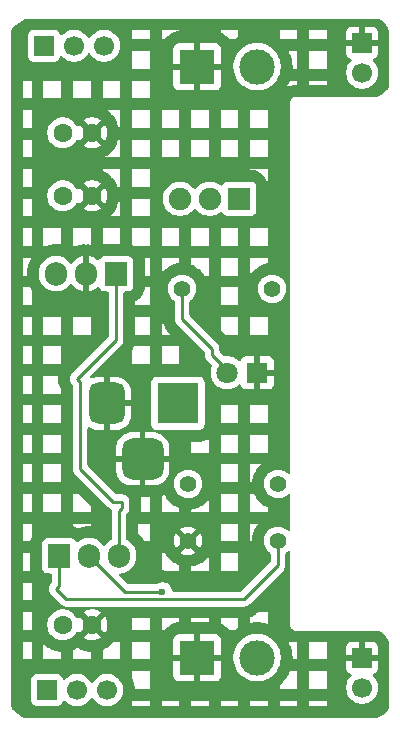
<source format=gbl>
%TF.GenerationSoftware,KiCad,Pcbnew,9.0.2*%
%TF.CreationDate,2025-06-18T23:28:51+06:00*%
%TF.ProjectId,Breadboardpower_Supply,42726561-6462-46f6-9172-64706f776572,rev?*%
%TF.SameCoordinates,Original*%
%TF.FileFunction,Copper,L2,Bot*%
%TF.FilePolarity,Positive*%
%FSLAX46Y46*%
G04 Gerber Fmt 4.6, Leading zero omitted, Abs format (unit mm)*
G04 Created by KiCad (PCBNEW 9.0.2) date 2025-06-18 23:28:51*
%MOMM*%
%LPD*%
G01*
G04 APERTURE LIST*
G04 Aperture macros list*
%AMRoundRect*
0 Rectangle with rounded corners*
0 $1 Rounding radius*
0 $2 $3 $4 $5 $6 $7 $8 $9 X,Y pos of 4 corners*
0 Add a 4 corners polygon primitive as box body*
4,1,4,$2,$3,$4,$5,$6,$7,$8,$9,$2,$3,0*
0 Add four circle primitives for the rounded corners*
1,1,$1+$1,$2,$3*
1,1,$1+$1,$4,$5*
1,1,$1+$1,$6,$7*
1,1,$1+$1,$8,$9*
0 Add four rect primitives between the rounded corners*
20,1,$1+$1,$2,$3,$4,$5,0*
20,1,$1+$1,$4,$5,$6,$7,0*
20,1,$1+$1,$6,$7,$8,$9,0*
20,1,$1+$1,$8,$9,$2,$3,0*%
G04 Aperture macros list end*
%TA.AperFunction,ComponentPad*%
%ADD10C,1.700000*%
%TD*%
%TA.AperFunction,ComponentPad*%
%ADD11R,1.700000X1.700000*%
%TD*%
%TA.AperFunction,ComponentPad*%
%ADD12C,3.000000*%
%TD*%
%TA.AperFunction,ComponentPad*%
%ADD13R,3.000000X3.000000*%
%TD*%
%TA.AperFunction,ComponentPad*%
%ADD14R,1.905000X2.000000*%
%TD*%
%TA.AperFunction,ComponentPad*%
%ADD15O,1.905000X2.000000*%
%TD*%
%TA.AperFunction,ComponentPad*%
%ADD16R,1.900000X1.900000*%
%TD*%
%TA.AperFunction,ComponentPad*%
%ADD17C,1.900000*%
%TD*%
%TA.AperFunction,ComponentPad*%
%ADD18C,1.400000*%
%TD*%
%TA.AperFunction,ComponentPad*%
%ADD19R,3.500000X3.500000*%
%TD*%
%TA.AperFunction,ComponentPad*%
%ADD20RoundRect,0.750000X-0.750000X-1.000000X0.750000X-1.000000X0.750000X1.000000X-0.750000X1.000000X0*%
%TD*%
%TA.AperFunction,ComponentPad*%
%ADD21RoundRect,0.875000X-0.875000X-0.875000X0.875000X-0.875000X0.875000X0.875000X-0.875000X0.875000X0*%
%TD*%
%TA.AperFunction,ComponentPad*%
%ADD22R,1.800000X1.800000*%
%TD*%
%TA.AperFunction,ComponentPad*%
%ADD23C,1.800000*%
%TD*%
%TA.AperFunction,ComponentPad*%
%ADD24C,1.600000*%
%TD*%
%TA.AperFunction,ViaPad*%
%ADD25C,0.600000*%
%TD*%
%TA.AperFunction,Conductor*%
%ADD26C,0.250000*%
%TD*%
G04 APERTURE END LIST*
D10*
%TO.P,J1,2,Pin_2*%
%TO.N,/PWR_output*%
X106172000Y-72136000D03*
D11*
%TO.P,J1,1,Pin_1*%
%TO.N,GND*%
X106172000Y-69596000D03*
%TD*%
D12*
%TO.P,J4,2,Pin_2*%
%TO.N,/PWR_output*%
X97282000Y-71628000D03*
D13*
%TO.P,J4,1,Pin_1*%
%TO.N,GND*%
X92202000Y-71628000D03*
%TD*%
D14*
%TO.P,U2,1,ADJ*%
%TO.N,Net-(U2-ADJ)*%
X80518000Y-113030000D03*
D15*
%TO.P,U2,2,VO*%
%TO.N,/3.3v*%
X83058000Y-113030000D03*
%TO.P,U2,3,VI*%
%TO.N,/12v*%
X85598000Y-113030000D03*
%TD*%
D14*
%TO.P,U1,1,VI*%
%TO.N,/12v*%
X85344000Y-89154000D03*
D15*
%TO.P,U1,2,GND*%
%TO.N,GND*%
X82804000Y-89154000D03*
%TO.P,U1,3,VO*%
%TO.N,/5v*%
X80264000Y-89154000D03*
%TD*%
D16*
%TO.P,S1,1*%
%TO.N,/12v*%
X95758000Y-82804000D03*
D17*
%TO.P,S1,2*%
%TO.N,/PWR_input*%
X93258000Y-82804000D03*
%TO.P,S1,3*%
%TO.N,unconnected-(S1-Pad3)*%
X90758000Y-82804000D03*
%TD*%
D18*
%TO.P,R3,1*%
%TO.N,GND*%
X91422000Y-111760000D03*
%TO.P,R3,2*%
%TO.N,Net-(U2-ADJ)*%
X99042000Y-111760000D03*
%TD*%
%TO.P,R2,1*%
%TO.N,Net-(U2-ADJ)*%
X99060000Y-106934000D03*
%TO.P,R2,2*%
%TO.N,/3.3v*%
X91440000Y-106934000D03*
%TD*%
%TO.P,R1,1*%
%TO.N,Net-(D1-A)*%
X90932000Y-90424000D03*
%TO.P,R1,2*%
%TO.N,/12v*%
X98552000Y-90424000D03*
%TD*%
D11*
%TO.P,J7,1,Pin_1*%
%TO.N,/3.3v*%
X79502000Y-124399000D03*
D10*
%TO.P,J7,2,Pin_2*%
%TO.N,/PWR_output*%
X82042000Y-124399000D03*
%TO.P,J7,3,Pin_3*%
%TO.N,/5v*%
X84582000Y-124399000D03*
%TD*%
D13*
%TO.P,J6,1,Pin_1*%
%TO.N,GND*%
X92202000Y-121666000D03*
D12*
%TO.P,J6,2,Pin_2*%
%TO.N,/PWR_output*%
X97282000Y-121666000D03*
%TD*%
D19*
%TO.P,J5,1*%
%TO.N,/PWR_input*%
X90582000Y-100134500D03*
D20*
%TO.P,J5,2*%
%TO.N,GND*%
X84582000Y-100134500D03*
D21*
%TO.P,J5,3*%
X87582000Y-104834500D03*
%TD*%
D11*
%TO.P,J3,1,Pin_1*%
%TO.N,/3.3v*%
X79248000Y-69850000D03*
D10*
%TO.P,J3,2,Pin_2*%
%TO.N,/PWR_output*%
X81788000Y-69850000D03*
%TO.P,J3,3,Pin_3*%
%TO.N,/5v*%
X84328000Y-69850000D03*
%TD*%
D11*
%TO.P,J2,1,Pin_1*%
%TO.N,GND*%
X106172000Y-121666000D03*
D10*
%TO.P,J2,2,Pin_2*%
%TO.N,/PWR_output*%
X106172000Y-124206000D03*
%TD*%
D22*
%TO.P,D1,1,K*%
%TO.N,GND*%
X97282000Y-97536000D03*
D23*
%TO.P,D1,2,A*%
%TO.N,Net-(D1-A)*%
X94742000Y-97536000D03*
%TD*%
D24*
%TO.P,C3,1*%
%TO.N,/3.3v*%
X80812000Y-118872000D03*
%TO.P,C3,2*%
%TO.N,GND*%
X83312000Y-118872000D03*
%TD*%
%TO.P,C2,1*%
%TO.N,/5v*%
X80812000Y-82550000D03*
%TO.P,C2,2*%
%TO.N,GND*%
X83312000Y-82550000D03*
%TD*%
%TO.P,C1,1*%
%TO.N,/12v*%
X80812000Y-77216000D03*
%TO.P,C1,2*%
%TO.N,GND*%
X83312000Y-77216000D03*
%TD*%
D25*
%TO.N,/3.3v*%
X89271000Y-116078000D03*
%TD*%
D26*
%TO.N,Net-(D1-A)*%
X90932000Y-90424000D02*
X90932000Y-92964000D01*
X93472000Y-95504000D02*
X93472000Y-96012000D01*
X90932000Y-92964000D02*
X93472000Y-95504000D01*
X93472000Y-96012000D02*
X94742000Y-97282000D01*
%TO.N,Net-(U2-ADJ)*%
X80518000Y-115570000D02*
X80518000Y-113030000D01*
X80264000Y-115824000D02*
X80518000Y-115570000D01*
X96148000Y-116704000D02*
X81144000Y-116704000D01*
X99042000Y-113810000D02*
X96148000Y-116704000D01*
X81144000Y-116704000D02*
X80264000Y-115824000D01*
X99042000Y-111760000D02*
X99042000Y-113810000D01*
%TO.N,/3.3v*%
X89271000Y-116078000D02*
X86106000Y-116078000D01*
X86106000Y-116078000D02*
X83058000Y-113030000D01*
%TO.N,/12v*%
X85344000Y-89154000D02*
X85344000Y-94742000D01*
X85344000Y-94742000D02*
X82042000Y-98044000D01*
X82042000Y-98044000D02*
X82296000Y-98298000D01*
X82296000Y-98298000D02*
X82296000Y-105664000D01*
X82296000Y-105664000D02*
X85090000Y-108458000D01*
X85090000Y-108458000D02*
X85852000Y-108458000D01*
X85852000Y-108458000D02*
X85852000Y-108966000D01*
X85852000Y-108966000D02*
X85598000Y-109220000D01*
X85598000Y-109220000D02*
X85598000Y-113030000D01*
%TD*%
%TA.AperFunction,Conductor*%
%TO.N,GND*%
G36*
X107130750Y-67556501D02*
G01*
X107139370Y-67556500D01*
X107139374Y-67556502D01*
X107200379Y-67556500D01*
X107210147Y-67556885D01*
X107392123Y-67571269D01*
X107411421Y-67574339D01*
X107584110Y-67615992D01*
X107602686Y-67622057D01*
X107766686Y-67690332D01*
X107784075Y-67699240D01*
X107935305Y-67792438D01*
X107951083Y-67803971D01*
X108085788Y-67919778D01*
X108099557Y-67933647D01*
X108214387Y-68069182D01*
X108225799Y-68085033D01*
X108268164Y-68154900D01*
X108317906Y-68236935D01*
X108326692Y-68254397D01*
X108393776Y-68418873D01*
X108399709Y-68437498D01*
X108440115Y-68610479D01*
X108443047Y-68629806D01*
X108454658Y-68791567D01*
X108454859Y-68795071D01*
X108456213Y-68826283D01*
X108456327Y-68832554D01*
X108455964Y-68882648D01*
X108456117Y-68883878D01*
X108459767Y-68908209D01*
X108478943Y-69350147D01*
X108479060Y-69355522D01*
X108479060Y-72841756D01*
X108479058Y-72841790D01*
X108479059Y-72910379D01*
X108478673Y-72920151D01*
X108464122Y-73104248D01*
X108461051Y-73123554D01*
X108418897Y-73298318D01*
X108412830Y-73316900D01*
X108343737Y-73482865D01*
X108334824Y-73500264D01*
X108296008Y-73563248D01*
X108278126Y-73585872D01*
X107885123Y-73978875D01*
X107861734Y-73997225D01*
X107791160Y-74040018D01*
X107773698Y-74048804D01*
X107607240Y-74116697D01*
X107588615Y-74122630D01*
X107413556Y-74163520D01*
X107394230Y-74166452D01*
X107210335Y-74179653D01*
X107200559Y-74179968D01*
X107133154Y-74179480D01*
X107129749Y-74179683D01*
X106247965Y-74175827D01*
X106243130Y-74175500D01*
X106237892Y-74175500D01*
X106173326Y-74175500D01*
X106172785Y-74175499D01*
X106103043Y-74175194D01*
X106098220Y-74175500D01*
X100518108Y-74175500D01*
X100390812Y-74209608D01*
X100276686Y-74275500D01*
X100276683Y-74275502D01*
X100183502Y-74368683D01*
X100183500Y-74368686D01*
X100117608Y-74482812D01*
X100083500Y-74610108D01*
X100083500Y-105960375D01*
X100063815Y-106027414D01*
X100011011Y-106073169D01*
X99941853Y-106083113D01*
X99878297Y-106054088D01*
X99871819Y-106048056D01*
X99842075Y-106018312D01*
X99842073Y-106018310D01*
X99689199Y-105907240D01*
X99667673Y-105896272D01*
X99520836Y-105821454D01*
X99341118Y-105763059D01*
X99154486Y-105733500D01*
X99154481Y-105733500D01*
X98965519Y-105733500D01*
X98965514Y-105733500D01*
X98778881Y-105763059D01*
X98599163Y-105821454D01*
X98430800Y-105907240D01*
X98379444Y-105944553D01*
X98277927Y-106018310D01*
X98277925Y-106018312D01*
X98277924Y-106018312D01*
X98144312Y-106151924D01*
X98144312Y-106151925D01*
X98144310Y-106151927D01*
X98140679Y-106156925D01*
X98033240Y-106304800D01*
X97947454Y-106473163D01*
X97889059Y-106652881D01*
X97859500Y-106839513D01*
X97859500Y-107028486D01*
X97889059Y-107215118D01*
X97947454Y-107394836D01*
X98033240Y-107563199D01*
X98144310Y-107716073D01*
X98277927Y-107849690D01*
X98430801Y-107960760D01*
X98510347Y-108001290D01*
X98599163Y-108046545D01*
X98599165Y-108046545D01*
X98599168Y-108046547D01*
X98652070Y-108063736D01*
X98778881Y-108104940D01*
X98965514Y-108134500D01*
X98965519Y-108134500D01*
X99154486Y-108134500D01*
X99341118Y-108104940D01*
X99352142Y-108101358D01*
X99520832Y-108046547D01*
X99689199Y-107960760D01*
X99842073Y-107849690D01*
X99871819Y-107819944D01*
X99933142Y-107786459D01*
X100002834Y-107791443D01*
X100058767Y-107833315D01*
X100083184Y-107898779D01*
X100083500Y-107907625D01*
X100083500Y-110804375D01*
X100063815Y-110871414D01*
X100011011Y-110917169D01*
X99941853Y-110927113D01*
X99878297Y-110898088D01*
X99871819Y-110892056D01*
X99824075Y-110844312D01*
X99824073Y-110844310D01*
X99671199Y-110733240D01*
X99502836Y-110647454D01*
X99323118Y-110589059D01*
X99136486Y-110559500D01*
X99136481Y-110559500D01*
X98947519Y-110559500D01*
X98947514Y-110559500D01*
X98760881Y-110589059D01*
X98581163Y-110647454D01*
X98412800Y-110733240D01*
X98325579Y-110796610D01*
X98259927Y-110844310D01*
X98259925Y-110844312D01*
X98259924Y-110844312D01*
X98126312Y-110977924D01*
X98126312Y-110977925D01*
X98126310Y-110977927D01*
X98078610Y-111043579D01*
X98015240Y-111130800D01*
X97929454Y-111299163D01*
X97871059Y-111478881D01*
X97841500Y-111665513D01*
X97841500Y-111854486D01*
X97871059Y-112041118D01*
X97929454Y-112220836D01*
X98000500Y-112360270D01*
X98015240Y-112389199D01*
X98126310Y-112542073D01*
X98259927Y-112675690D01*
X98365387Y-112752311D01*
X98408051Y-112807640D01*
X98416500Y-112852628D01*
X98416500Y-113499548D01*
X98396815Y-113566587D01*
X98380181Y-113587229D01*
X95925229Y-116042181D01*
X95863906Y-116075666D01*
X95837548Y-116078500D01*
X90189046Y-116078500D01*
X90122007Y-116058815D01*
X90076252Y-116006011D01*
X90067429Y-115978691D01*
X90040738Y-115844510D01*
X90040737Y-115844503D01*
X90015033Y-115782448D01*
X89980397Y-115698827D01*
X89980390Y-115698814D01*
X89892789Y-115567711D01*
X89892786Y-115567707D01*
X89781292Y-115456213D01*
X89781288Y-115456210D01*
X89650185Y-115368609D01*
X89650172Y-115368602D01*
X89504501Y-115308264D01*
X89504489Y-115308261D01*
X89349845Y-115277500D01*
X89349842Y-115277500D01*
X89192158Y-115277500D01*
X89192155Y-115277500D01*
X89037510Y-115308261D01*
X89037498Y-115308264D01*
X88891827Y-115368602D01*
X88891815Y-115368609D01*
X88797541Y-115431602D01*
X88730864Y-115452480D01*
X88728650Y-115452500D01*
X86416452Y-115452500D01*
X86349413Y-115432815D01*
X86328771Y-115416181D01*
X85651989Y-114739399D01*
X85618504Y-114678076D01*
X85623488Y-114608384D01*
X85665360Y-114552451D01*
X85720268Y-114529246D01*
X85938245Y-114494722D01*
X85938248Y-114494721D01*
X85938249Y-114494721D01*
X86155755Y-114424049D01*
X86155755Y-114424048D01*
X86155758Y-114424048D01*
X86359538Y-114320217D01*
X86415580Y-114279500D01*
X89194500Y-114279500D01*
X89374342Y-114279500D01*
X89380425Y-114279649D01*
X89417197Y-114281455D01*
X89423267Y-114281903D01*
X89472039Y-114286706D01*
X89478080Y-114287451D01*
X89514511Y-114292855D01*
X89520508Y-114293896D01*
X89583873Y-114306500D01*
X90696500Y-114306500D01*
X90696500Y-113942239D01*
X91694500Y-113942239D01*
X91694500Y-114306500D01*
X93196500Y-114306500D01*
X94194500Y-114306500D01*
X95696500Y-114306500D01*
X95696500Y-112804500D01*
X94194500Y-112804500D01*
X94194500Y-114306500D01*
X93196500Y-114306500D01*
X93196500Y-113057068D01*
X93106947Y-113180323D01*
X93067217Y-113215627D01*
X92945685Y-113283685D01*
X92877627Y-113405217D01*
X92842323Y-113444947D01*
X92621704Y-113605242D01*
X92617710Y-113608026D01*
X92593219Y-113624391D01*
X92589117Y-113627017D01*
X92555691Y-113647501D01*
X92551492Y-113649962D01*
X92525786Y-113664359D01*
X92521489Y-113666656D01*
X92318265Y-113770205D01*
X92313883Y-113772330D01*
X92287139Y-113784659D01*
X92282681Y-113786609D01*
X92246465Y-113801611D01*
X92241929Y-113803386D01*
X92214284Y-113813585D01*
X92209683Y-113815181D01*
X91992748Y-113885667D01*
X91988086Y-113887081D01*
X91959718Y-113895081D01*
X91955001Y-113896312D01*
X91916886Y-113905460D01*
X91912135Y-113906502D01*
X91883264Y-113912244D01*
X91878475Y-113913099D01*
X91694500Y-113942239D01*
X90696500Y-113942239D01*
X90696500Y-113835384D01*
X90634318Y-113815181D01*
X90629716Y-113813585D01*
X90602071Y-113803386D01*
X90597535Y-113801611D01*
X90561319Y-113786609D01*
X90556861Y-113784659D01*
X90530117Y-113772330D01*
X90525735Y-113770205D01*
X90322517Y-113666659D01*
X90318223Y-113664363D01*
X90292528Y-113649973D01*
X90288329Y-113647512D01*
X90254906Y-113627031D01*
X90250806Y-113624407D01*
X90226311Y-113608041D01*
X90222314Y-113605255D01*
X90001686Y-113444961D01*
X89966382Y-113405232D01*
X89898311Y-113283683D01*
X89776764Y-113215613D01*
X89737035Y-113180309D01*
X89576750Y-112959692D01*
X89573969Y-112955701D01*
X89557613Y-112931224D01*
X89554988Y-112927123D01*
X89534506Y-112893702D01*
X89532043Y-112889500D01*
X89517643Y-112863788D01*
X89515346Y-112859492D01*
X89487326Y-112804500D01*
X89194500Y-112804500D01*
X89194500Y-114279500D01*
X86415580Y-114279500D01*
X86544566Y-114185786D01*
X86706286Y-114024066D01*
X86840717Y-113839038D01*
X86944548Y-113635258D01*
X86960154Y-113587229D01*
X87015221Y-113417749D01*
X87015221Y-113417748D01*
X87015222Y-113417745D01*
X87051000Y-113191854D01*
X87051000Y-112868146D01*
X87035120Y-112767882D01*
X90767669Y-112767882D01*
X90767670Y-112767883D01*
X90793059Y-112786329D01*
X90961362Y-112872085D01*
X91140997Y-112930451D01*
X91327553Y-112960000D01*
X91516447Y-112960000D01*
X91703002Y-112930451D01*
X91882637Y-112872085D01*
X92050937Y-112786331D01*
X92076328Y-112767883D01*
X92076328Y-112767882D01*
X91422001Y-112113554D01*
X91422000Y-112113554D01*
X90767669Y-112767882D01*
X87035120Y-112767882D01*
X87015222Y-112642255D01*
X87015221Y-112642251D01*
X87015221Y-112642250D01*
X86944549Y-112424744D01*
X86911698Y-112360270D01*
X86840717Y-112220962D01*
X86706286Y-112035934D01*
X86544566Y-111874214D01*
X86359538Y-111739783D01*
X86359537Y-111739782D01*
X86359535Y-111739781D01*
X86291204Y-111704964D01*
X86240409Y-111656990D01*
X86223500Y-111594480D01*
X86223500Y-111140760D01*
X87221500Y-111140760D01*
X87232891Y-111151290D01*
X87236400Y-111154664D01*
X87425836Y-111344100D01*
X87429210Y-111347609D01*
X87449203Y-111369237D01*
X87452438Y-111372877D01*
X87477896Y-111402684D01*
X87480984Y-111406447D01*
X87499222Y-111429581D01*
X87502162Y-111433464D01*
X87659637Y-111650209D01*
X87662422Y-111654205D01*
X87678790Y-111678702D01*
X87681415Y-111682803D01*
X87701897Y-111716227D01*
X87704359Y-111720428D01*
X87718749Y-111746124D01*
X87721044Y-111750417D01*
X87749620Y-111806500D01*
X88196500Y-111806500D01*
X88196500Y-111665552D01*
X90222000Y-111665552D01*
X90222000Y-111854447D01*
X90251548Y-112041002D01*
X90309914Y-112220637D01*
X90395666Y-112388933D01*
X90414116Y-112414328D01*
X91068446Y-111760000D01*
X91068446Y-111759999D01*
X91022369Y-111713922D01*
X91072000Y-111713922D01*
X91072000Y-111806078D01*
X91095852Y-111895095D01*
X91141930Y-111974905D01*
X91207095Y-112040070D01*
X91286905Y-112086148D01*
X91375922Y-112110000D01*
X91468078Y-112110000D01*
X91557095Y-112086148D01*
X91636905Y-112040070D01*
X91702070Y-111974905D01*
X91748148Y-111895095D01*
X91772000Y-111806078D01*
X91772000Y-111759999D01*
X91775554Y-111759999D01*
X91775554Y-111760000D01*
X92429882Y-112414328D01*
X92429883Y-112414328D01*
X92448331Y-112388937D01*
X92534085Y-112220637D01*
X92592451Y-112041002D01*
X92622000Y-111854447D01*
X92622000Y-111806500D01*
X94194500Y-111806500D01*
X95696500Y-111806500D01*
X96694500Y-111806500D01*
X96843500Y-111806500D01*
X96843500Y-111645929D01*
X96843595Y-111641064D01*
X96844750Y-111611650D01*
X96845037Y-111606791D01*
X96848111Y-111567711D01*
X96848588Y-111562867D01*
X96852051Y-111533595D01*
X96852719Y-111528765D01*
X96888412Y-111303414D01*
X96889267Y-111298625D01*
X96895007Y-111269763D01*
X96896049Y-111265013D01*
X96905197Y-111226894D01*
X96906427Y-111222176D01*
X96914430Y-111193796D01*
X96915845Y-111189132D01*
X96986353Y-110972136D01*
X96987947Y-110967541D01*
X96998131Y-110939933D01*
X96999903Y-110935403D01*
X97014901Y-110899187D01*
X97016856Y-110894719D01*
X97029199Y-110867944D01*
X97031324Y-110863562D01*
X97134912Y-110660257D01*
X97137208Y-110655960D01*
X97151599Y-110630264D01*
X97154060Y-110626066D01*
X97174542Y-110592642D01*
X97177166Y-110588543D01*
X97193534Y-110564045D01*
X97196320Y-110560047D01*
X97330435Y-110375456D01*
X97333375Y-110371573D01*
X97351612Y-110348440D01*
X97354700Y-110344677D01*
X97380158Y-110314870D01*
X97383393Y-110311230D01*
X97389614Y-110304500D01*
X96694500Y-110304500D01*
X96694500Y-111806500D01*
X95696500Y-111806500D01*
X95696500Y-110304500D01*
X94194500Y-110304500D01*
X94194500Y-111806500D01*
X92622000Y-111806500D01*
X92622000Y-111665552D01*
X92592451Y-111478997D01*
X92534085Y-111299362D01*
X92448329Y-111131059D01*
X92429883Y-111105670D01*
X92429882Y-111105669D01*
X91775554Y-111759999D01*
X91772000Y-111759999D01*
X91772000Y-111713922D01*
X91748148Y-111624905D01*
X91702070Y-111545095D01*
X91636905Y-111479930D01*
X91557095Y-111433852D01*
X91468078Y-111410000D01*
X91375922Y-111410000D01*
X91286905Y-111433852D01*
X91207095Y-111479930D01*
X91141930Y-111545095D01*
X91095852Y-111624905D01*
X91072000Y-111713922D01*
X91022369Y-111713922D01*
X90414116Y-111105669D01*
X90414116Y-111105670D01*
X90395669Y-111131060D01*
X90309914Y-111299362D01*
X90251548Y-111478997D01*
X90222000Y-111665552D01*
X88196500Y-111665552D01*
X88196500Y-110752116D01*
X90767669Y-110752116D01*
X91422000Y-111406446D01*
X91422001Y-111406446D01*
X92076328Y-110752116D01*
X92050933Y-110733666D01*
X91882637Y-110647914D01*
X91703002Y-110589548D01*
X91516447Y-110560000D01*
X91327553Y-110560000D01*
X91140997Y-110589548D01*
X90961362Y-110647914D01*
X90793060Y-110733669D01*
X90767670Y-110752116D01*
X90767669Y-110752116D01*
X88196500Y-110752116D01*
X88196500Y-110304500D01*
X87221500Y-110304500D01*
X87221500Y-111140760D01*
X86223500Y-111140760D01*
X86223500Y-109530453D01*
X86243185Y-109463414D01*
X86259814Y-109442776D01*
X86337858Y-109364733D01*
X86406311Y-109262286D01*
X86453463Y-109148452D01*
X86459893Y-109116123D01*
X86466382Y-109083503D01*
X86466382Y-109083500D01*
X86477500Y-109027607D01*
X86477500Y-108904393D01*
X86477500Y-108396394D01*
X86453463Y-108275548D01*
X86406311Y-108161714D01*
X86406310Y-108161713D01*
X86406307Y-108161707D01*
X86353381Y-108082499D01*
X87432615Y-108082499D01*
X87461105Y-108225731D01*
X87462146Y-108231728D01*
X87467549Y-108268154D01*
X87468294Y-108274195D01*
X87473097Y-108322964D01*
X87473545Y-108329035D01*
X87475351Y-108365810D01*
X87475500Y-108371892D01*
X87475500Y-109022546D01*
X87478900Y-109033755D01*
X87481856Y-109093941D01*
X87461110Y-109198234D01*
X87461102Y-109198289D01*
X87453815Y-109234911D01*
X87453816Y-109234912D01*
X87439577Y-109306500D01*
X88196500Y-109306500D01*
X88196500Y-108082499D01*
X87631454Y-108082499D01*
X87583999Y-108073059D01*
X87582001Y-108072231D01*
X87580004Y-108073059D01*
X87532549Y-108082499D01*
X87432615Y-108082499D01*
X86353381Y-108082499D01*
X86337858Y-108059267D01*
X86337855Y-108059263D01*
X86250736Y-107972144D01*
X86250732Y-107972141D01*
X86243840Y-107967536D01*
X89194500Y-107967536D01*
X89194500Y-109306500D01*
X90696500Y-109306500D01*
X90696500Y-109119596D01*
X91694500Y-109119596D01*
X91694500Y-109306500D01*
X93196500Y-109306500D01*
X94194500Y-109306500D01*
X95696500Y-109306500D01*
X96694500Y-109306500D01*
X98196500Y-109306500D01*
X98196500Y-108959923D01*
X98194719Y-108959144D01*
X98167944Y-108946801D01*
X98163562Y-108944676D01*
X97960257Y-108841088D01*
X97955960Y-108838792D01*
X97930264Y-108824401D01*
X97926066Y-108821940D01*
X97892642Y-108801458D01*
X97888543Y-108798834D01*
X97864045Y-108782466D01*
X97860047Y-108779680D01*
X97675456Y-108645565D01*
X97671573Y-108642625D01*
X97648440Y-108624388D01*
X97644677Y-108621300D01*
X97614870Y-108595842D01*
X97611230Y-108592607D01*
X97589602Y-108572614D01*
X97586093Y-108569240D01*
X97424760Y-108407907D01*
X97421386Y-108404398D01*
X97401393Y-108382770D01*
X97398158Y-108379130D01*
X97372700Y-108349323D01*
X97369612Y-108345560D01*
X97351375Y-108322427D01*
X97348435Y-108318544D01*
X97214320Y-108133953D01*
X97211534Y-108129955D01*
X97195166Y-108105457D01*
X97192542Y-108101358D01*
X97172060Y-108067934D01*
X97169599Y-108063736D01*
X97155208Y-108038040D01*
X97152912Y-108033743D01*
X97049324Y-107830438D01*
X97047199Y-107826056D01*
X97037262Y-107804500D01*
X96694500Y-107804500D01*
X96694500Y-109306500D01*
X95696500Y-109306500D01*
X95696500Y-107804500D01*
X94194500Y-107804500D01*
X94194500Y-109306500D01*
X93196500Y-109306500D01*
X93196500Y-108256697D01*
X93151565Y-108318544D01*
X93148625Y-108322427D01*
X93130388Y-108345560D01*
X93127300Y-108349323D01*
X93101842Y-108379130D01*
X93098607Y-108382770D01*
X93078614Y-108404398D01*
X93075240Y-108407907D01*
X92913907Y-108569240D01*
X92910398Y-108572614D01*
X92888770Y-108592607D01*
X92885130Y-108595842D01*
X92855323Y-108621300D01*
X92851560Y-108624388D01*
X92828427Y-108642625D01*
X92824544Y-108645565D01*
X92639953Y-108779680D01*
X92635955Y-108782466D01*
X92611457Y-108798834D01*
X92607358Y-108801458D01*
X92573934Y-108821940D01*
X92569736Y-108824401D01*
X92544040Y-108838792D01*
X92539743Y-108841088D01*
X92336438Y-108944676D01*
X92332056Y-108946801D01*
X92305281Y-108959144D01*
X92300813Y-108961099D01*
X92264597Y-108976097D01*
X92260067Y-108977869D01*
X92232459Y-108988053D01*
X92227864Y-108989647D01*
X92010868Y-109060155D01*
X92006204Y-109061570D01*
X91977824Y-109069573D01*
X91973106Y-109070803D01*
X91934987Y-109079951D01*
X91930237Y-109080993D01*
X91901375Y-109086733D01*
X91896586Y-109087588D01*
X91694500Y-109119596D01*
X90696500Y-109119596D01*
X90696500Y-109004062D01*
X90652136Y-108989647D01*
X90647541Y-108988053D01*
X90619933Y-108977869D01*
X90615403Y-108976097D01*
X90579187Y-108961099D01*
X90574719Y-108959144D01*
X90547944Y-108946801D01*
X90543562Y-108944676D01*
X90340257Y-108841088D01*
X90335960Y-108838792D01*
X90310264Y-108824401D01*
X90306066Y-108821940D01*
X90272642Y-108801458D01*
X90268543Y-108798834D01*
X90244045Y-108782466D01*
X90240047Y-108779680D01*
X90055456Y-108645565D01*
X90051573Y-108642625D01*
X90028440Y-108624388D01*
X90024677Y-108621300D01*
X89994870Y-108595842D01*
X89991230Y-108592607D01*
X89969602Y-108572614D01*
X89966093Y-108569240D01*
X89804760Y-108407907D01*
X89801386Y-108404398D01*
X89781393Y-108382770D01*
X89778158Y-108379130D01*
X89752700Y-108349323D01*
X89749612Y-108345560D01*
X89731375Y-108322427D01*
X89728435Y-108318544D01*
X89594320Y-108133953D01*
X89591534Y-108129955D01*
X89575166Y-108105457D01*
X89572542Y-108101358D01*
X89552060Y-108067934D01*
X89549599Y-108063736D01*
X89535208Y-108038040D01*
X89532912Y-108033743D01*
X89449558Y-107870151D01*
X89429055Y-107878900D01*
X89424172Y-107880862D01*
X89194500Y-107967536D01*
X86243840Y-107967536D01*
X86148292Y-107903692D01*
X86148283Y-107903687D01*
X86034454Y-107856538D01*
X86034455Y-107856538D01*
X86034452Y-107856537D01*
X86034448Y-107856536D01*
X86034444Y-107856535D01*
X85913610Y-107832500D01*
X85913606Y-107832500D01*
X85400453Y-107832500D01*
X85333414Y-107812815D01*
X85312772Y-107796181D01*
X82957819Y-105441228D01*
X82924334Y-105379905D01*
X82921500Y-105353547D01*
X82921500Y-103865921D01*
X85332000Y-103865921D01*
X85332000Y-104584500D01*
X86148988Y-104584500D01*
X86116075Y-104641507D01*
X86082000Y-104768674D01*
X86082000Y-104900326D01*
X86116075Y-105027493D01*
X86148988Y-105084500D01*
X85332001Y-105084500D01*
X85332001Y-105803088D01*
X85334794Y-105855691D01*
X85379237Y-106085487D01*
X85461879Y-106304475D01*
X85580339Y-106506341D01*
X85580344Y-106506348D01*
X85731211Y-106685286D01*
X85731213Y-106685288D01*
X85910151Y-106836155D01*
X85910158Y-106836160D01*
X86112024Y-106954620D01*
X86331012Y-107037262D01*
X86560809Y-107081705D01*
X86613382Y-107084498D01*
X86613421Y-107084499D01*
X87331999Y-107084499D01*
X87332000Y-107084498D01*
X87332000Y-105334500D01*
X87832000Y-105334500D01*
X87832000Y-107084499D01*
X88550576Y-107084499D01*
X88550588Y-107084498D01*
X88603191Y-107081705D01*
X88832987Y-107037262D01*
X89051975Y-106954620D01*
X89248127Y-106839513D01*
X90239500Y-106839513D01*
X90239500Y-107028486D01*
X90269059Y-107215118D01*
X90327454Y-107394836D01*
X90413240Y-107563199D01*
X90524310Y-107716073D01*
X90657927Y-107849690D01*
X90810801Y-107960760D01*
X90890347Y-108001290D01*
X90979163Y-108046545D01*
X90979165Y-108046545D01*
X90979168Y-108046547D01*
X91032070Y-108063736D01*
X91158881Y-108104940D01*
X91345514Y-108134500D01*
X91345519Y-108134500D01*
X91534486Y-108134500D01*
X91721118Y-108104940D01*
X91732142Y-108101358D01*
X91900832Y-108046547D01*
X92069199Y-107960760D01*
X92222073Y-107849690D01*
X92355690Y-107716073D01*
X92466760Y-107563199D01*
X92552547Y-107394832D01*
X92610940Y-107215118D01*
X92631628Y-107084498D01*
X92640500Y-107028486D01*
X92640500Y-106839513D01*
X92635271Y-106806500D01*
X94194500Y-106806500D01*
X95696500Y-106806500D01*
X96694500Y-106806500D01*
X96861931Y-106806500D01*
X96862750Y-106785650D01*
X96863037Y-106780791D01*
X96866111Y-106741711D01*
X96866588Y-106736867D01*
X96870051Y-106707595D01*
X96870719Y-106702765D01*
X96906412Y-106477414D01*
X96907267Y-106472625D01*
X96913007Y-106443763D01*
X96914049Y-106439013D01*
X96923197Y-106400894D01*
X96924427Y-106396176D01*
X96932430Y-106367796D01*
X96933845Y-106363132D01*
X97004353Y-106146136D01*
X97005947Y-106141541D01*
X97016131Y-106113933D01*
X97017903Y-106109403D01*
X97032901Y-106073187D01*
X97034856Y-106068719D01*
X97047199Y-106041944D01*
X97049324Y-106037562D01*
X97152912Y-105834257D01*
X97155208Y-105829960D01*
X97169599Y-105804264D01*
X97172060Y-105800066D01*
X97192542Y-105766642D01*
X97195166Y-105762543D01*
X97211534Y-105738045D01*
X97214320Y-105734047D01*
X97348435Y-105549456D01*
X97351375Y-105545573D01*
X97369612Y-105522440D01*
X97372700Y-105518677D01*
X97398158Y-105488870D01*
X97401393Y-105485230D01*
X97421386Y-105463602D01*
X97424760Y-105460093D01*
X97580353Y-105304500D01*
X96694500Y-105304500D01*
X96694500Y-106806500D01*
X95696500Y-106806500D01*
X95696500Y-105304500D01*
X94194500Y-105304500D01*
X94194500Y-106806500D01*
X92635271Y-106806500D01*
X92610940Y-106652881D01*
X92563328Y-106506348D01*
X92552547Y-106473168D01*
X92552545Y-106473165D01*
X92552545Y-106473163D01*
X92466759Y-106304800D01*
X92463500Y-106300314D01*
X92355690Y-106151927D01*
X92222073Y-106018310D01*
X92069199Y-105907240D01*
X92047673Y-105896272D01*
X91900836Y-105821454D01*
X91721118Y-105763059D01*
X91534486Y-105733500D01*
X91534481Y-105733500D01*
X91345519Y-105733500D01*
X91345514Y-105733500D01*
X91158881Y-105763059D01*
X90979163Y-105821454D01*
X90810800Y-105907240D01*
X90759444Y-105944553D01*
X90657927Y-106018310D01*
X90657925Y-106018312D01*
X90657924Y-106018312D01*
X90524312Y-106151924D01*
X90524312Y-106151925D01*
X90524310Y-106151927D01*
X90520679Y-106156925D01*
X90413240Y-106304800D01*
X90327454Y-106473163D01*
X90269059Y-106652881D01*
X90239500Y-106839513D01*
X89248127Y-106839513D01*
X89253841Y-106836160D01*
X89253848Y-106836155D01*
X89432786Y-106685288D01*
X89432788Y-106685286D01*
X89583655Y-106506348D01*
X89583660Y-106506341D01*
X89702120Y-106304475D01*
X89784762Y-106085487D01*
X89829205Y-105855691D01*
X89829205Y-105855690D01*
X89831998Y-105803117D01*
X89832000Y-105803078D01*
X89832000Y-105084500D01*
X89015012Y-105084500D01*
X89047925Y-105027493D01*
X89082000Y-104900326D01*
X89082000Y-104768674D01*
X89047925Y-104641507D01*
X89015012Y-104584500D01*
X89831999Y-104584500D01*
X89831999Y-103865923D01*
X89831998Y-103865911D01*
X89829205Y-103813308D01*
X89784762Y-103583512D01*
X89709092Y-103382999D01*
X91694500Y-103382999D01*
X91694500Y-104306500D01*
X93196500Y-104306500D01*
X94194500Y-104306500D01*
X95696500Y-104306500D01*
X96694500Y-104306500D01*
X98196500Y-104306500D01*
X98196500Y-102804500D01*
X96694500Y-102804500D01*
X96694500Y-104306500D01*
X95696500Y-104306500D01*
X95696500Y-102804500D01*
X94194500Y-102804500D01*
X94194500Y-104306500D01*
X93196500Y-104306500D01*
X93196500Y-103109201D01*
X93143874Y-103148598D01*
X93136604Y-103153646D01*
X93091537Y-103182610D01*
X93083923Y-103187128D01*
X93021333Y-103221305D01*
X93013419Y-103225267D01*
X92964682Y-103247525D01*
X92956502Y-103250913D01*
X92759018Y-103324569D01*
X92751679Y-103327048D01*
X92706828Y-103340653D01*
X92699352Y-103342668D01*
X92638637Y-103357016D01*
X92631045Y-103358561D01*
X92584840Y-103366472D01*
X92577167Y-103367541D01*
X92473244Y-103378712D01*
X92469939Y-103379022D01*
X92449899Y-103380635D01*
X92446578Y-103380858D01*
X92419895Y-103382286D01*
X92416582Y-103382419D01*
X92396534Y-103382955D01*
X92393220Y-103382999D01*
X91694500Y-103382999D01*
X89709092Y-103382999D01*
X89702120Y-103364524D01*
X89583660Y-103162658D01*
X89583655Y-103162651D01*
X89432788Y-102983713D01*
X89432786Y-102983711D01*
X89253848Y-102832844D01*
X89253841Y-102832839D01*
X89051975Y-102714379D01*
X88832984Y-102631736D01*
X88827840Y-102630741D01*
X88765760Y-102598680D01*
X88730869Y-102538146D01*
X88734244Y-102468358D01*
X88774814Y-102411473D01*
X88839697Y-102385552D01*
X88851374Y-102384999D01*
X92379872Y-102384999D01*
X92439483Y-102378591D01*
X92574331Y-102328296D01*
X92689546Y-102242046D01*
X92775796Y-102126831D01*
X92826091Y-101991983D01*
X92832500Y-101932373D01*
X92832500Y-101806500D01*
X94194500Y-101806500D01*
X95696500Y-101806500D01*
X96694500Y-101806500D01*
X98196500Y-101806500D01*
X98196500Y-100304500D01*
X96694500Y-100304500D01*
X96694500Y-101806500D01*
X95696500Y-101806500D01*
X95696500Y-100304500D01*
X94194500Y-100304500D01*
X94194500Y-101806500D01*
X92832500Y-101806500D01*
X92832499Y-98336628D01*
X92826091Y-98277017D01*
X92825813Y-98276272D01*
X92775797Y-98142171D01*
X92775793Y-98142164D01*
X92689547Y-98026955D01*
X92689544Y-98026952D01*
X92574335Y-97940706D01*
X92574328Y-97940702D01*
X92439482Y-97890408D01*
X92439483Y-97890408D01*
X92379883Y-97884001D01*
X92379881Y-97884000D01*
X92379873Y-97884000D01*
X92379864Y-97884000D01*
X88784129Y-97884000D01*
X88784123Y-97884001D01*
X88724516Y-97890408D01*
X88589671Y-97940702D01*
X88589664Y-97940706D01*
X88474455Y-98026952D01*
X88474452Y-98026955D01*
X88388206Y-98142164D01*
X88388202Y-98142171D01*
X88337908Y-98277017D01*
X88331501Y-98336616D01*
X88331501Y-98336623D01*
X88331500Y-98336635D01*
X88331500Y-101932370D01*
X88331501Y-101932376D01*
X88337908Y-101991983D01*
X88388202Y-102126828D01*
X88388206Y-102126835D01*
X88474452Y-102242044D01*
X88474455Y-102242047D01*
X88589664Y-102328293D01*
X88589673Y-102328298D01*
X88638506Y-102346511D01*
X88694440Y-102388381D01*
X88718858Y-102453845D01*
X88704007Y-102522118D01*
X88654603Y-102571524D01*
X88588598Y-102586518D01*
X88550625Y-102584501D01*
X88550579Y-102584500D01*
X87832000Y-102584500D01*
X87832000Y-104334500D01*
X87332000Y-104334500D01*
X87332000Y-102584500D01*
X86613423Y-102584500D01*
X86613411Y-102584501D01*
X86560808Y-102587294D01*
X86331012Y-102631737D01*
X86112024Y-102714379D01*
X85910158Y-102832839D01*
X85910151Y-102832844D01*
X85731213Y-102983711D01*
X85731211Y-102983713D01*
X85580344Y-103162651D01*
X85580339Y-103162658D01*
X85461879Y-103364524D01*
X85379237Y-103583512D01*
X85334794Y-103813308D01*
X85334794Y-103813309D01*
X85332001Y-103865882D01*
X85332000Y-103865921D01*
X82921500Y-103865921D01*
X82921500Y-102261139D01*
X82941185Y-102194100D01*
X82993989Y-102148345D01*
X83063147Y-102138401D01*
X83116116Y-102159211D01*
X83212619Y-102226068D01*
X83212625Y-102226071D01*
X83417480Y-102319122D01*
X83635667Y-102374099D01*
X83767810Y-102384499D01*
X84331999Y-102384499D01*
X84332000Y-102384498D01*
X84332000Y-101567512D01*
X84389007Y-101600425D01*
X84516174Y-101634500D01*
X84647826Y-101634500D01*
X84774993Y-101600425D01*
X84832000Y-101567512D01*
X84832000Y-102384499D01*
X85396182Y-102384499D01*
X85396197Y-102384498D01*
X85528332Y-102374099D01*
X85746519Y-102319122D01*
X85951374Y-102226071D01*
X85951380Y-102226068D01*
X86136323Y-102097940D01*
X86136335Y-102097930D01*
X86295430Y-101938835D01*
X86295440Y-101938823D01*
X86423568Y-101753880D01*
X86423571Y-101753874D01*
X86516622Y-101549019D01*
X86571599Y-101330832D01*
X86581999Y-101198696D01*
X86582000Y-101198684D01*
X86582000Y-100384500D01*
X85082000Y-100384500D01*
X85082000Y-99884500D01*
X86581999Y-99884500D01*
X86581999Y-99070317D01*
X86581998Y-99070302D01*
X86571599Y-98938167D01*
X86516622Y-98719980D01*
X86423571Y-98515125D01*
X86423568Y-98515119D01*
X86295440Y-98330176D01*
X86295430Y-98330164D01*
X86136335Y-98171069D01*
X86136323Y-98171059D01*
X85951380Y-98042931D01*
X85951374Y-98042928D01*
X85746519Y-97949877D01*
X85528332Y-97894900D01*
X85396196Y-97884500D01*
X84832000Y-97884500D01*
X84832000Y-98701488D01*
X84774993Y-98668575D01*
X84647826Y-98634500D01*
X84516174Y-98634500D01*
X84389007Y-98668575D01*
X84332000Y-98701488D01*
X84332000Y-97884500D01*
X83767817Y-97884500D01*
X83767802Y-97884501D01*
X83635667Y-97894900D01*
X83417480Y-97949877D01*
X83312625Y-97997505D01*
X83243446Y-98007308D01*
X83179950Y-97978153D01*
X83142296Y-97919297D01*
X83142439Y-97849428D01*
X83173661Y-97796927D01*
X85327531Y-95643058D01*
X86694500Y-95643058D01*
X86694500Y-96806500D01*
X88196500Y-96806500D01*
X89194500Y-96806500D01*
X90696500Y-96806500D01*
X90696500Y-95304500D01*
X89194500Y-95304500D01*
X89194500Y-96806500D01*
X88196500Y-96806500D01*
X88196500Y-95304500D01*
X86868270Y-95304500D01*
X86810968Y-95442839D01*
X86808501Y-95448403D01*
X86792761Y-95481682D01*
X86790026Y-95487116D01*
X86766925Y-95530337D01*
X86763926Y-95535632D01*
X86744991Y-95567225D01*
X86741733Y-95572371D01*
X86694500Y-95643058D01*
X85327531Y-95643058D01*
X85742729Y-95227860D01*
X85742733Y-95227858D01*
X85829858Y-95140733D01*
X85898311Y-95038286D01*
X85945463Y-94924452D01*
X85969500Y-94803606D01*
X85969500Y-94306500D01*
X86967500Y-94306500D01*
X88196500Y-94306500D01*
X89194500Y-94306500D01*
X89978526Y-94306500D01*
X89834647Y-94162621D01*
X89723125Y-94051101D01*
X89718928Y-94046693D01*
X89694195Y-94019405D01*
X89690217Y-94014793D01*
X89659128Y-93976909D01*
X89655386Y-93972115D01*
X89633452Y-93942541D01*
X89629947Y-93937564D01*
X89567208Y-93843669D01*
X89567208Y-93843668D01*
X89534275Y-93794382D01*
X89534259Y-93794357D01*
X89520299Y-93773464D01*
X89515568Y-93763463D01*
X89515568Y-93763464D01*
X89512083Y-93757649D01*
X89509086Y-93752359D01*
X89485982Y-93709135D01*
X89483245Y-93703698D01*
X89467499Y-93670406D01*
X89465033Y-93664841D01*
X89399123Y-93505718D01*
X89396932Y-93500038D01*
X89384521Y-93465349D01*
X89382610Y-93459565D01*
X89368387Y-93412668D01*
X89366765Y-93406805D01*
X89357824Y-93371105D01*
X89356492Y-93365171D01*
X89322896Y-93196272D01*
X89321855Y-93190277D01*
X89316451Y-93153849D01*
X89315706Y-93147806D01*
X89310903Y-93099037D01*
X89310455Y-93092966D01*
X89308649Y-93056191D01*
X89308500Y-93050109D01*
X89308500Y-92804500D01*
X89194500Y-92804500D01*
X89194500Y-94306500D01*
X88196500Y-94306500D01*
X88196500Y-92804500D01*
X86967500Y-92804500D01*
X86967500Y-94306500D01*
X85969500Y-94306500D01*
X85969500Y-91499525D01*
X86967500Y-91499525D01*
X86967500Y-91806500D01*
X88196500Y-91806500D01*
X88196500Y-90329513D01*
X89731500Y-90329513D01*
X89731500Y-90518486D01*
X89761059Y-90705118D01*
X89819454Y-90884836D01*
X89905240Y-91053199D01*
X90016310Y-91206073D01*
X90149927Y-91339690D01*
X90255387Y-91416311D01*
X90298051Y-91471640D01*
X90306500Y-91516628D01*
X90306500Y-93025611D01*
X90330535Y-93146444D01*
X90330540Y-93146461D01*
X90377685Y-93260280D01*
X90377690Y-93260289D01*
X90411914Y-93311507D01*
X90411915Y-93311509D01*
X90446140Y-93362731D01*
X90446141Y-93362732D01*
X90446142Y-93362733D01*
X90533267Y-93449858D01*
X90533268Y-93449858D01*
X90540335Y-93456925D01*
X90540334Y-93456925D01*
X90540338Y-93456928D01*
X92810181Y-95726771D01*
X92843666Y-95788094D01*
X92846500Y-95814452D01*
X92846500Y-96073611D01*
X92870535Y-96194444D01*
X92870540Y-96194461D01*
X92917685Y-96308280D01*
X92917687Y-96308283D01*
X92917688Y-96308286D01*
X92937666Y-96338185D01*
X92951914Y-96359507D01*
X92951915Y-96359509D01*
X92986141Y-96410733D01*
X93077586Y-96502178D01*
X93077608Y-96502198D01*
X93424179Y-96848769D01*
X93457664Y-96910092D01*
X93452680Y-96979784D01*
X93446986Y-96992739D01*
X93444104Y-96998395D01*
X93375985Y-97208047D01*
X93341500Y-97425778D01*
X93341500Y-97646221D01*
X93375985Y-97863952D01*
X93444103Y-98073603D01*
X93444104Y-98073606D01*
X93493760Y-98171059D01*
X93527050Y-98236394D01*
X93544187Y-98270025D01*
X93673752Y-98448358D01*
X93673756Y-98448363D01*
X93829636Y-98604243D01*
X93829641Y-98604247D01*
X93985192Y-98717260D01*
X94007978Y-98733815D01*
X94105878Y-98783698D01*
X94204393Y-98833895D01*
X94204396Y-98833896D01*
X94309221Y-98867955D01*
X94414049Y-98902015D01*
X94631778Y-98936500D01*
X94631779Y-98936500D01*
X94852221Y-98936500D01*
X94852222Y-98936500D01*
X95069951Y-98902015D01*
X95279606Y-98833895D01*
X95476022Y-98733815D01*
X95654365Y-98604242D01*
X95704924Y-98553682D01*
X95766245Y-98520198D01*
X95835936Y-98525182D01*
X95891870Y-98567053D01*
X95908786Y-98598030D01*
X95938646Y-98678087D01*
X95938649Y-98678093D01*
X96024809Y-98793187D01*
X96024812Y-98793190D01*
X96139906Y-98879350D01*
X96139913Y-98879354D01*
X96274620Y-98929596D01*
X96274627Y-98929598D01*
X96334155Y-98935999D01*
X96334172Y-98936000D01*
X97032000Y-98936000D01*
X97032000Y-97911277D01*
X97108306Y-97955333D01*
X97222756Y-97986000D01*
X97341244Y-97986000D01*
X97455694Y-97955333D01*
X97532000Y-97911277D01*
X97532000Y-98936000D01*
X98229828Y-98936000D01*
X98229844Y-98935999D01*
X98289372Y-98929598D01*
X98289379Y-98929596D01*
X98424086Y-98879354D01*
X98424093Y-98879350D01*
X98539187Y-98793190D01*
X98539190Y-98793187D01*
X98625350Y-98678093D01*
X98625354Y-98678086D01*
X98675596Y-98543379D01*
X98675598Y-98543372D01*
X98681999Y-98483844D01*
X98682000Y-98483827D01*
X98682000Y-97786000D01*
X97657278Y-97786000D01*
X97701333Y-97709694D01*
X97732000Y-97595244D01*
X97732000Y-97476756D01*
X97701333Y-97362306D01*
X97657278Y-97286000D01*
X98682000Y-97286000D01*
X98682000Y-96588172D01*
X98681999Y-96588155D01*
X98675598Y-96528627D01*
X98675596Y-96528620D01*
X98625354Y-96393913D01*
X98625350Y-96393906D01*
X98539190Y-96278812D01*
X98539187Y-96278809D01*
X98424093Y-96192649D01*
X98424086Y-96192645D01*
X98289379Y-96142403D01*
X98289372Y-96142401D01*
X98229844Y-96136000D01*
X97532000Y-96136000D01*
X97532000Y-97160722D01*
X97455694Y-97116667D01*
X97341244Y-97086000D01*
X97222756Y-97086000D01*
X97108306Y-97116667D01*
X97032000Y-97160722D01*
X97032000Y-96136000D01*
X96334155Y-96136000D01*
X96274627Y-96142401D01*
X96274620Y-96142403D01*
X96139913Y-96192645D01*
X96139906Y-96192649D01*
X96024812Y-96278809D01*
X96024809Y-96278812D01*
X95938649Y-96393906D01*
X95938643Y-96393918D01*
X95908785Y-96473969D01*
X95866914Y-96529903D01*
X95801449Y-96554319D01*
X95733176Y-96539467D01*
X95704923Y-96518316D01*
X95654363Y-96467756D01*
X95654358Y-96467752D01*
X95476025Y-96338187D01*
X95476024Y-96338186D01*
X95476022Y-96338185D01*
X95413096Y-96306122D01*
X95279606Y-96238104D01*
X95279603Y-96238103D01*
X95069952Y-96169985D01*
X94961086Y-96152742D01*
X94852222Y-96135500D01*
X94631778Y-96135500D01*
X94631774Y-96135500D01*
X94563234Y-96146356D01*
X94493940Y-96137402D01*
X94456154Y-96111564D01*
X94133819Y-95789229D01*
X94100334Y-95727906D01*
X94097500Y-95701548D01*
X94097500Y-95442395D01*
X94097500Y-95442394D01*
X94091163Y-95410537D01*
X94073463Y-95321548D01*
X94026311Y-95207714D01*
X94026310Y-95207713D01*
X94026307Y-95207707D01*
X93957859Y-95105268D01*
X93957858Y-95105267D01*
X93870733Y-95018142D01*
X93870732Y-95018141D01*
X92783116Y-93930525D01*
X94194500Y-93930525D01*
X94570475Y-94306500D01*
X95696500Y-94306500D01*
X96694500Y-94306500D01*
X98196500Y-94306500D01*
X98196500Y-92804500D01*
X96694500Y-92804500D01*
X96694500Y-94306500D01*
X95696500Y-94306500D01*
X95696500Y-92804500D01*
X94194500Y-92804500D01*
X94194500Y-93930525D01*
X92783116Y-93930525D01*
X91593819Y-92741228D01*
X91560334Y-92679905D01*
X91557500Y-92653547D01*
X91557500Y-91806500D01*
X94194500Y-91806500D01*
X95696500Y-91806500D01*
X95696500Y-90329513D01*
X97351500Y-90329513D01*
X97351500Y-90518486D01*
X97381059Y-90705118D01*
X97439454Y-90884836D01*
X97525240Y-91053199D01*
X97636310Y-91206073D01*
X97769927Y-91339690D01*
X97922801Y-91450760D01*
X98001394Y-91490805D01*
X98091163Y-91536545D01*
X98091165Y-91536545D01*
X98091168Y-91536547D01*
X98187497Y-91567846D01*
X98270881Y-91594940D01*
X98457514Y-91624500D01*
X98457519Y-91624500D01*
X98646486Y-91624500D01*
X98833118Y-91594940D01*
X99012832Y-91536547D01*
X99181199Y-91450760D01*
X99334073Y-91339690D01*
X99467690Y-91206073D01*
X99578760Y-91053199D01*
X99664547Y-90884832D01*
X99722940Y-90705118D01*
X99730957Y-90654499D01*
X99752500Y-90518486D01*
X99752500Y-90329513D01*
X99722940Y-90142881D01*
X99664545Y-89963163D01*
X99578759Y-89794800D01*
X99552934Y-89759255D01*
X99467690Y-89641927D01*
X99334073Y-89508310D01*
X99181199Y-89397240D01*
X99012836Y-89311454D01*
X98833118Y-89253059D01*
X98646486Y-89223500D01*
X98646481Y-89223500D01*
X98457519Y-89223500D01*
X98457514Y-89223500D01*
X98270881Y-89253059D01*
X98091163Y-89311454D01*
X97922800Y-89397240D01*
X97835579Y-89460610D01*
X97769927Y-89508310D01*
X97769925Y-89508312D01*
X97769924Y-89508312D01*
X97636312Y-89641924D01*
X97636312Y-89641925D01*
X97636310Y-89641927D01*
X97618444Y-89666518D01*
X97525240Y-89794800D01*
X97439454Y-89963163D01*
X97381059Y-90142881D01*
X97351500Y-90329513D01*
X95696500Y-90329513D01*
X95696500Y-90304500D01*
X94194500Y-90304500D01*
X94194500Y-91806500D01*
X91557500Y-91806500D01*
X91557500Y-91516628D01*
X91577185Y-91449589D01*
X91608611Y-91416312D01*
X91714073Y-91339690D01*
X91847690Y-91206073D01*
X91958760Y-91053199D01*
X92044547Y-90884832D01*
X92102940Y-90705118D01*
X92110957Y-90654499D01*
X92132500Y-90518486D01*
X92132500Y-90329513D01*
X92102940Y-90142881D01*
X92044545Y-89963163D01*
X91958759Y-89794800D01*
X91932934Y-89759255D01*
X91847690Y-89641927D01*
X91714073Y-89508310D01*
X91561199Y-89397240D01*
X91392836Y-89311454D01*
X91213118Y-89253059D01*
X91026486Y-89223500D01*
X91026481Y-89223500D01*
X90837519Y-89223500D01*
X90837514Y-89223500D01*
X90650881Y-89253059D01*
X90471163Y-89311454D01*
X90302800Y-89397240D01*
X90215579Y-89460610D01*
X90149927Y-89508310D01*
X90149925Y-89508312D01*
X90149924Y-89508312D01*
X90016312Y-89641924D01*
X90016312Y-89641925D01*
X90016310Y-89641927D01*
X89998444Y-89666518D01*
X89905240Y-89794800D01*
X89819454Y-89963163D01*
X89761059Y-90142881D01*
X89731500Y-90329513D01*
X88196500Y-90329513D01*
X88196500Y-90304500D01*
X87789717Y-90304500D01*
X87779538Y-90399175D01*
X87778471Y-90406843D01*
X87770564Y-90453029D01*
X87769019Y-90460619D01*
X87754674Y-90521330D01*
X87752658Y-90528809D01*
X87739050Y-90573672D01*
X87736571Y-90581012D01*
X87662913Y-90778502D01*
X87659525Y-90786682D01*
X87637267Y-90835419D01*
X87633305Y-90843333D01*
X87599128Y-90905923D01*
X87594610Y-90913537D01*
X87565646Y-90958604D01*
X87560598Y-90965874D01*
X87431614Y-91138173D01*
X87426061Y-91145064D01*
X87390981Y-91185549D01*
X87384949Y-91192028D01*
X87334528Y-91242449D01*
X87328049Y-91248481D01*
X87287564Y-91283561D01*
X87280673Y-91289114D01*
X87108374Y-91418098D01*
X87101104Y-91423146D01*
X87056037Y-91452110D01*
X87048423Y-91456628D01*
X86985833Y-91490805D01*
X86977919Y-91494767D01*
X86967500Y-91499525D01*
X85969500Y-91499525D01*
X85969500Y-90778499D01*
X85989185Y-90711460D01*
X86041989Y-90665705D01*
X86093500Y-90654499D01*
X86344371Y-90654499D01*
X86344372Y-90654499D01*
X86403983Y-90648091D01*
X86538831Y-90597796D01*
X86654046Y-90511546D01*
X86740296Y-90396331D01*
X86790591Y-90261483D01*
X86797000Y-90201873D01*
X86796999Y-88106128D01*
X86790591Y-88046517D01*
X86780841Y-88020377D01*
X86740297Y-87911671D01*
X86740293Y-87911664D01*
X86660070Y-87804500D01*
X87758887Y-87804500D01*
X87769016Y-87847363D01*
X87770561Y-87854955D01*
X87778472Y-87901160D01*
X87779541Y-87908833D01*
X87790712Y-88012756D01*
X87791022Y-88016061D01*
X87792635Y-88036101D01*
X87792858Y-88039422D01*
X87794286Y-88066105D01*
X87794419Y-88069418D01*
X87794955Y-88089466D01*
X87794999Y-88092780D01*
X87795000Y-89306500D01*
X88196500Y-89306500D01*
X88196500Y-89075151D01*
X89194500Y-89075151D01*
X89220435Y-89039456D01*
X89223375Y-89035573D01*
X89241612Y-89012440D01*
X89244700Y-89008677D01*
X89270158Y-88978870D01*
X89273393Y-88975230D01*
X89293386Y-88953602D01*
X89296760Y-88950093D01*
X89458093Y-88788760D01*
X89461602Y-88785386D01*
X89483230Y-88765393D01*
X89486870Y-88762158D01*
X89516677Y-88736700D01*
X89520440Y-88733612D01*
X89543573Y-88715375D01*
X89547456Y-88712435D01*
X89732047Y-88578320D01*
X89736045Y-88575534D01*
X89760543Y-88559166D01*
X89764642Y-88556542D01*
X89798066Y-88536060D01*
X89802264Y-88533599D01*
X89827960Y-88519208D01*
X89832257Y-88516912D01*
X90035562Y-88413324D01*
X90039944Y-88411199D01*
X90066719Y-88398856D01*
X90071187Y-88396901D01*
X90107403Y-88381903D01*
X90111933Y-88380131D01*
X90139541Y-88369947D01*
X90144136Y-88368353D01*
X90169502Y-88360111D01*
X91694500Y-88360111D01*
X91719864Y-88368353D01*
X91724459Y-88369947D01*
X91752067Y-88380131D01*
X91756597Y-88381903D01*
X91792813Y-88396901D01*
X91797281Y-88398856D01*
X91824056Y-88411199D01*
X91828438Y-88413324D01*
X92031743Y-88516912D01*
X92036040Y-88519208D01*
X92061736Y-88533599D01*
X92065934Y-88536060D01*
X92099358Y-88556542D01*
X92103457Y-88559166D01*
X92127955Y-88575534D01*
X92131953Y-88578320D01*
X92316544Y-88712435D01*
X92320427Y-88715375D01*
X92343560Y-88733612D01*
X92347323Y-88736700D01*
X92377130Y-88762158D01*
X92380770Y-88765393D01*
X92402398Y-88785386D01*
X92405907Y-88788760D01*
X92567240Y-88950093D01*
X92570614Y-88953602D01*
X92590607Y-88975230D01*
X92593842Y-88978870D01*
X92619300Y-89008677D01*
X92622388Y-89012440D01*
X92640625Y-89035573D01*
X92643565Y-89039456D01*
X92777680Y-89224047D01*
X92780466Y-89228045D01*
X92796834Y-89252543D01*
X92799458Y-89256642D01*
X92819940Y-89290066D01*
X92822401Y-89294264D01*
X92829254Y-89306500D01*
X93196500Y-89306500D01*
X94194500Y-89306500D01*
X95696500Y-89306500D01*
X95696500Y-89241566D01*
X96694500Y-89241566D01*
X96703534Y-89228045D01*
X96706320Y-89224047D01*
X96840435Y-89039456D01*
X96843375Y-89035573D01*
X96861612Y-89012440D01*
X96864700Y-89008677D01*
X96890158Y-88978870D01*
X96893393Y-88975230D01*
X96913386Y-88953602D01*
X96916760Y-88950093D01*
X97078093Y-88788760D01*
X97081602Y-88785386D01*
X97103230Y-88765393D01*
X97106870Y-88762158D01*
X97136677Y-88736700D01*
X97140440Y-88733612D01*
X97163573Y-88715375D01*
X97167456Y-88712435D01*
X97352047Y-88578320D01*
X97356045Y-88575534D01*
X97380543Y-88559166D01*
X97384642Y-88556542D01*
X97418066Y-88536060D01*
X97422264Y-88533599D01*
X97447960Y-88519208D01*
X97452257Y-88516912D01*
X97655562Y-88413324D01*
X97659944Y-88411199D01*
X97686719Y-88398856D01*
X97691187Y-88396901D01*
X97727403Y-88381903D01*
X97731933Y-88380131D01*
X97759541Y-88369947D01*
X97764136Y-88368353D01*
X97981132Y-88297845D01*
X97985796Y-88296430D01*
X98014176Y-88288427D01*
X98018894Y-88287197D01*
X98057013Y-88278049D01*
X98061763Y-88277007D01*
X98090625Y-88271267D01*
X98095413Y-88270412D01*
X98196500Y-88254400D01*
X98196500Y-87804500D01*
X96694500Y-87804500D01*
X96694500Y-89241566D01*
X95696500Y-89241566D01*
X95696500Y-87804500D01*
X94194500Y-87804500D01*
X94194500Y-89306500D01*
X93196500Y-89306500D01*
X93196500Y-87804500D01*
X91694500Y-87804500D01*
X91694500Y-88360111D01*
X90169502Y-88360111D01*
X90361132Y-88297845D01*
X90365796Y-88296430D01*
X90394176Y-88288427D01*
X90398894Y-88287197D01*
X90437013Y-88278049D01*
X90441763Y-88277007D01*
X90470625Y-88271267D01*
X90475414Y-88270412D01*
X90696500Y-88235394D01*
X90696500Y-87804500D01*
X89194500Y-87804500D01*
X89194500Y-89075151D01*
X88196500Y-89075151D01*
X88196500Y-87804500D01*
X87758887Y-87804500D01*
X86660070Y-87804500D01*
X86654047Y-87796455D01*
X86654044Y-87796452D01*
X86538835Y-87710206D01*
X86538828Y-87710202D01*
X86403982Y-87659908D01*
X86403983Y-87659908D01*
X86344383Y-87653501D01*
X86344381Y-87653500D01*
X86344373Y-87653500D01*
X86344364Y-87653500D01*
X84343629Y-87653500D01*
X84343623Y-87653501D01*
X84284016Y-87659908D01*
X84149171Y-87710202D01*
X84149164Y-87710206D01*
X84033955Y-87796452D01*
X84033952Y-87796455D01*
X83947706Y-87911664D01*
X83947702Y-87911671D01*
X83937127Y-87940026D01*
X83895256Y-87995960D01*
X83829791Y-88020377D01*
X83761518Y-88005525D01*
X83748060Y-87997011D01*
X83565279Y-87864213D01*
X83361568Y-87760417D01*
X83144124Y-87689765D01*
X83054000Y-87675490D01*
X83054000Y-88663252D01*
X83016292Y-88641482D01*
X82876409Y-88604000D01*
X82731591Y-88604000D01*
X82591708Y-88641482D01*
X82554000Y-88663252D01*
X82554000Y-87675490D01*
X82553999Y-87675490D01*
X82463875Y-87689765D01*
X82246431Y-87760417D01*
X82042723Y-87864211D01*
X81857757Y-87998597D01*
X81696097Y-88160257D01*
X81634627Y-88244864D01*
X81579297Y-88287529D01*
X81509684Y-88293508D01*
X81447889Y-88260902D01*
X81433991Y-88244864D01*
X81372286Y-88159934D01*
X81210566Y-87998214D01*
X81025538Y-87863783D01*
X80979307Y-87840227D01*
X80821755Y-87759950D01*
X80604248Y-87689278D01*
X80418812Y-87659908D01*
X80378354Y-87653500D01*
X80149646Y-87653500D01*
X80109188Y-87659908D01*
X79923753Y-87689278D01*
X79923750Y-87689278D01*
X79706244Y-87759950D01*
X79502461Y-87863783D01*
X79436550Y-87911671D01*
X79317434Y-87998214D01*
X79317432Y-87998216D01*
X79317431Y-87998216D01*
X79155716Y-88159931D01*
X79155716Y-88159932D01*
X79155714Y-88159934D01*
X79137563Y-88184917D01*
X79021283Y-88344961D01*
X78917450Y-88548744D01*
X78846778Y-88766250D01*
X78846778Y-88766253D01*
X78811000Y-88992146D01*
X78811000Y-89315853D01*
X78846778Y-89541746D01*
X78846778Y-89541749D01*
X78917450Y-89759255D01*
X78935562Y-89794801D01*
X79021283Y-89963038D01*
X79155714Y-90148066D01*
X79317434Y-90309786D01*
X79502462Y-90444217D01*
X79705327Y-90547582D01*
X79706244Y-90548049D01*
X79923751Y-90618721D01*
X79923752Y-90618721D01*
X79923755Y-90618722D01*
X80149646Y-90654500D01*
X80149647Y-90654500D01*
X80378353Y-90654500D01*
X80378354Y-90654500D01*
X80604245Y-90618722D01*
X80604248Y-90618721D01*
X80604249Y-90618721D01*
X80821755Y-90548049D01*
X80821755Y-90548048D01*
X80821758Y-90548048D01*
X81025538Y-90444217D01*
X81210566Y-90309786D01*
X81372286Y-90148066D01*
X81433992Y-90063134D01*
X81489319Y-90020470D01*
X81558932Y-90014491D01*
X81620727Y-90047096D01*
X81634626Y-90063135D01*
X81696097Y-90147741D01*
X81696097Y-90147742D01*
X81857757Y-90309402D01*
X82042723Y-90443788D01*
X82246429Y-90547582D01*
X82463871Y-90618234D01*
X82554000Y-90632509D01*
X82554000Y-89644747D01*
X82591708Y-89666518D01*
X82731591Y-89704000D01*
X82876409Y-89704000D01*
X83016292Y-89666518D01*
X83054000Y-89644747D01*
X83054000Y-90632508D01*
X83144128Y-90618234D01*
X83361570Y-90547582D01*
X83565276Y-90443788D01*
X83748059Y-90310988D01*
X83813865Y-90287508D01*
X83881919Y-90303333D01*
X83930614Y-90353439D01*
X83937127Y-90367974D01*
X83947701Y-90396326D01*
X83947706Y-90396335D01*
X84033952Y-90511544D01*
X84033955Y-90511547D01*
X84149164Y-90597793D01*
X84149171Y-90597797D01*
X84194118Y-90614561D01*
X84284017Y-90648091D01*
X84343627Y-90654500D01*
X84594501Y-90654499D01*
X84661539Y-90674183D01*
X84707294Y-90726987D01*
X84718500Y-90778499D01*
X84718500Y-94431548D01*
X84698815Y-94498587D01*
X84682181Y-94519229D01*
X81556145Y-97645264D01*
X81556139Y-97645272D01*
X81487690Y-97747709D01*
X81487685Y-97747718D01*
X81440540Y-97861538D01*
X81440535Y-97861555D01*
X81416500Y-97982388D01*
X81416500Y-98105611D01*
X81440535Y-98226444D01*
X81440540Y-98226461D01*
X81487685Y-98340281D01*
X81487690Y-98340290D01*
X81556139Y-98442727D01*
X81556145Y-98442735D01*
X81634181Y-98520771D01*
X81667666Y-98582094D01*
X81670500Y-98608452D01*
X81670500Y-105725611D01*
X81694535Y-105846444D01*
X81694540Y-105846461D01*
X81741685Y-105960280D01*
X81741690Y-105960289D01*
X81775914Y-106011507D01*
X81775915Y-106011509D01*
X81810140Y-106062731D01*
X81810141Y-106062732D01*
X81810142Y-106062733D01*
X81897267Y-106149858D01*
X81897268Y-106149858D01*
X81904335Y-106156925D01*
X81904334Y-106156925D01*
X81904338Y-106156928D01*
X84691263Y-108943855D01*
X84691267Y-108943858D01*
X84793715Y-109012312D01*
X84830639Y-109027606D01*
X84830640Y-109027607D01*
X84830641Y-109027607D01*
X84895953Y-109054660D01*
X84950356Y-109098501D01*
X84972421Y-109164795D01*
X84972500Y-109169221D01*
X84972500Y-111594480D01*
X84952815Y-111661519D01*
X84904796Y-111704964D01*
X84836464Y-111739781D01*
X84770553Y-111787669D01*
X84651434Y-111874214D01*
X84651432Y-111874216D01*
X84651431Y-111874216D01*
X84489715Y-112035932D01*
X84428318Y-112120438D01*
X84372987Y-112163103D01*
X84303374Y-112169082D01*
X84241579Y-112136476D01*
X84227682Y-112120438D01*
X84169968Y-112041002D01*
X84166286Y-112035934D01*
X84004566Y-111874214D01*
X83819538Y-111739783D01*
X83819534Y-111739781D01*
X83615755Y-111635950D01*
X83398248Y-111565278D01*
X83212812Y-111535908D01*
X83172354Y-111529500D01*
X82943646Y-111529500D01*
X82903188Y-111535908D01*
X82717753Y-111565278D01*
X82717750Y-111565278D01*
X82500244Y-111635950D01*
X82296461Y-111739783D01*
X82113759Y-111872525D01*
X82047952Y-111896005D01*
X81979898Y-111880180D01*
X81931203Y-111830074D01*
X81924690Y-111815538D01*
X81921319Y-111806500D01*
X81914296Y-111787669D01*
X81914293Y-111787664D01*
X81828047Y-111672455D01*
X81828044Y-111672452D01*
X81712835Y-111586206D01*
X81712828Y-111586202D01*
X81577982Y-111535908D01*
X81577983Y-111535908D01*
X81518383Y-111529501D01*
X81518381Y-111529500D01*
X81518373Y-111529500D01*
X81518364Y-111529500D01*
X79517629Y-111529500D01*
X79517623Y-111529501D01*
X79458016Y-111535908D01*
X79323171Y-111586202D01*
X79323164Y-111586206D01*
X79207955Y-111672452D01*
X79207952Y-111672455D01*
X79121706Y-111787664D01*
X79121702Y-111787671D01*
X79071408Y-111922517D01*
X79065001Y-111982116D01*
X79065000Y-111982135D01*
X79065000Y-114077870D01*
X79065001Y-114077876D01*
X79071408Y-114137483D01*
X79121702Y-114272328D01*
X79121706Y-114272335D01*
X79207952Y-114387544D01*
X79207955Y-114387547D01*
X79323164Y-114473793D01*
X79323171Y-114473797D01*
X79365603Y-114489623D01*
X79458017Y-114524091D01*
X79517627Y-114530500D01*
X79768501Y-114530499D01*
X79835539Y-114550183D01*
X79881294Y-114602987D01*
X79892500Y-114654499D01*
X79892500Y-115259548D01*
X79872815Y-115326587D01*
X79856181Y-115347229D01*
X79778145Y-115425264D01*
X79778139Y-115425272D01*
X79709690Y-115527709D01*
X79709685Y-115527718D01*
X79662540Y-115641538D01*
X79662535Y-115641555D01*
X79638500Y-115762388D01*
X79638500Y-115885611D01*
X79662535Y-116006444D01*
X79662540Y-116006461D01*
X79709685Y-116120281D01*
X79709690Y-116120290D01*
X79778139Y-116222727D01*
X79778145Y-116222735D01*
X80655016Y-117099606D01*
X80655045Y-117099637D01*
X80745264Y-117189856D01*
X80745267Y-117189858D01*
X80822190Y-117241256D01*
X80847710Y-117258309D01*
X80847712Y-117258310D01*
X80847715Y-117258312D01*
X80914396Y-117285931D01*
X80914398Y-117285933D01*
X80954640Y-117302601D01*
X80961548Y-117305463D01*
X81021971Y-117317481D01*
X81082393Y-117329500D01*
X83165200Y-117329500D01*
X83232239Y-117349185D01*
X83277994Y-117401989D01*
X83287938Y-117471147D01*
X83258913Y-117534703D01*
X83200135Y-117572477D01*
X83184598Y-117575973D01*
X83007582Y-117604009D01*
X82812968Y-117667244D01*
X82630644Y-117760143D01*
X82586077Y-117792523D01*
X82586077Y-117792524D01*
X83265554Y-118472000D01*
X83259339Y-118472000D01*
X83157606Y-118499259D01*
X83066394Y-118551920D01*
X82991920Y-118626394D01*
X82939259Y-118717606D01*
X82912000Y-118819339D01*
X82912000Y-118825553D01*
X82232524Y-118146077D01*
X82232523Y-118146077D01*
X82200143Y-118190644D01*
X82172765Y-118244378D01*
X82124790Y-118295174D01*
X82056969Y-118311969D01*
X81990834Y-118289431D01*
X81951795Y-118244378D01*
X81924284Y-118190385D01*
X81803971Y-118024786D01*
X81659213Y-117880028D01*
X81493613Y-117759715D01*
X81493612Y-117759714D01*
X81493610Y-117759713D01*
X81436653Y-117730691D01*
X81311223Y-117666781D01*
X81116534Y-117603522D01*
X80920520Y-117572477D01*
X80914352Y-117571500D01*
X80709648Y-117571500D01*
X80703480Y-117572477D01*
X80507465Y-117603522D01*
X80312776Y-117666781D01*
X80130386Y-117759715D01*
X79964786Y-117880028D01*
X79820028Y-118024786D01*
X79699715Y-118190386D01*
X79606781Y-118372776D01*
X79543522Y-118567465D01*
X79511500Y-118769648D01*
X79511500Y-118974351D01*
X79543522Y-119176534D01*
X79606781Y-119371223D01*
X79649248Y-119454567D01*
X79699585Y-119553359D01*
X79699715Y-119553613D01*
X79820028Y-119719213D01*
X79964786Y-119863971D01*
X80085226Y-119951474D01*
X80130390Y-119984287D01*
X80246607Y-120043503D01*
X80312776Y-120077218D01*
X80312778Y-120077218D01*
X80312781Y-120077220D01*
X80417137Y-120111127D01*
X80507465Y-120140477D01*
X80608557Y-120156488D01*
X80709648Y-120172500D01*
X80709649Y-120172500D01*
X80914351Y-120172500D01*
X80914352Y-120172500D01*
X81116534Y-120140477D01*
X81311219Y-120077220D01*
X81493610Y-119984287D01*
X81600487Y-119906637D01*
X81659213Y-119863971D01*
X81659215Y-119863968D01*
X81659219Y-119863966D01*
X81803966Y-119719219D01*
X81803968Y-119719215D01*
X81803971Y-119719213D01*
X81924286Y-119553611D01*
X81924415Y-119553359D01*
X81951795Y-119499621D01*
X81999769Y-119448826D01*
X82067589Y-119432030D01*
X82133725Y-119454567D01*
X82172765Y-119499621D01*
X82200141Y-119553350D01*
X82200147Y-119553359D01*
X82232523Y-119597921D01*
X82232524Y-119597922D01*
X82912000Y-118918446D01*
X82912000Y-118924661D01*
X82939259Y-119026394D01*
X82991920Y-119117606D01*
X83066394Y-119192080D01*
X83157606Y-119244741D01*
X83259339Y-119272000D01*
X83265553Y-119272000D01*
X82586076Y-119951474D01*
X82630650Y-119983859D01*
X82812968Y-120076755D01*
X83007582Y-120139990D01*
X83209683Y-120172000D01*
X83414317Y-120172000D01*
X83616417Y-120139990D01*
X83683617Y-120118155D01*
X90202000Y-120118155D01*
X90202000Y-121416000D01*
X91482936Y-121416000D01*
X91471207Y-121444316D01*
X91442000Y-121591147D01*
X91442000Y-121740853D01*
X91471207Y-121887684D01*
X91482936Y-121916000D01*
X90202000Y-121916000D01*
X90202000Y-123213844D01*
X90208401Y-123273372D01*
X90208403Y-123273379D01*
X90258645Y-123408086D01*
X90258649Y-123408093D01*
X90344809Y-123523187D01*
X90344812Y-123523190D01*
X90459906Y-123609350D01*
X90459913Y-123609354D01*
X90594620Y-123659596D01*
X90594627Y-123659598D01*
X90654155Y-123665999D01*
X90654172Y-123666000D01*
X91952000Y-123666000D01*
X91952000Y-122385064D01*
X91980316Y-122396793D01*
X92127147Y-122426000D01*
X92276853Y-122426000D01*
X92423684Y-122396793D01*
X92452000Y-122385064D01*
X92452000Y-123666000D01*
X93749828Y-123666000D01*
X93749844Y-123665999D01*
X93809372Y-123659598D01*
X93809379Y-123659596D01*
X93944086Y-123609354D01*
X93944093Y-123609350D01*
X94059187Y-123523190D01*
X94059190Y-123523187D01*
X94145350Y-123408093D01*
X94145354Y-123408086D01*
X94195596Y-123273379D01*
X94195598Y-123273372D01*
X94201999Y-123213844D01*
X94202000Y-123213827D01*
X94202000Y-121916000D01*
X92921064Y-121916000D01*
X92932793Y-121887684D01*
X92962000Y-121740853D01*
X92962000Y-121591147D01*
X92950806Y-121534872D01*
X95281500Y-121534872D01*
X95281500Y-121797127D01*
X95308123Y-121999339D01*
X95315730Y-122057116D01*
X95369109Y-122256330D01*
X95383602Y-122310418D01*
X95383605Y-122310428D01*
X95483953Y-122552690D01*
X95483958Y-122552700D01*
X95615075Y-122779803D01*
X95774718Y-122987851D01*
X95774726Y-122987860D01*
X95960140Y-123173274D01*
X95960148Y-123173281D01*
X95960149Y-123173282D01*
X95983831Y-123191454D01*
X96168196Y-123332924D01*
X96395299Y-123464041D01*
X96395309Y-123464046D01*
X96637571Y-123564394D01*
X96637581Y-123564398D01*
X96890884Y-123632270D01*
X97139188Y-123664960D01*
X97147074Y-123665999D01*
X97150880Y-123666500D01*
X97150887Y-123666500D01*
X97413113Y-123666500D01*
X97413120Y-123666500D01*
X97673116Y-123632270D01*
X97926419Y-123564398D01*
X98139495Y-123476139D01*
X98168690Y-123464046D01*
X98168691Y-123464045D01*
X98168697Y-123464043D01*
X98395803Y-123332924D01*
X98603851Y-123173282D01*
X98603855Y-123173277D01*
X98603860Y-123173274D01*
X98789274Y-122987860D01*
X98789277Y-122987855D01*
X98789282Y-122987851D01*
X98948924Y-122779803D01*
X99080043Y-122552697D01*
X99180398Y-122310419D01*
X99248270Y-122057116D01*
X99282500Y-121797120D01*
X99282500Y-121534880D01*
X99248270Y-121274884D01*
X99180398Y-121021581D01*
X99179024Y-121018264D01*
X99080046Y-120779309D01*
X99080041Y-120779299D01*
X98948924Y-120552196D01*
X98795705Y-120352520D01*
X98789282Y-120344149D01*
X98789281Y-120344148D01*
X98789274Y-120344140D01*
X98749634Y-120304500D01*
X99957951Y-120304500D01*
X99966031Y-120319616D01*
X99967885Y-120323225D01*
X99982333Y-120352520D01*
X99984068Y-120356188D01*
X99994206Y-120378561D01*
X99995822Y-120382288D01*
X100108686Y-120654767D01*
X100110178Y-120658542D01*
X100118835Y-120681544D01*
X100120205Y-120685375D01*
X100130702Y-120716308D01*
X100131941Y-120720165D01*
X100139056Y-120743624D01*
X100140169Y-120747520D01*
X100216491Y-121032357D01*
X100217477Y-121036293D01*
X100223050Y-121060194D01*
X100223907Y-121064162D01*
X100230279Y-121096198D01*
X100231005Y-121100188D01*
X100235004Y-121124408D01*
X100235599Y-121128422D01*
X100274093Y-121420805D01*
X100274556Y-121424833D01*
X100276963Y-121449263D01*
X100277296Y-121453313D01*
X100279432Y-121485910D01*
X100279631Y-121489961D01*
X100280434Y-121514492D01*
X100280500Y-121518549D01*
X100280500Y-121806500D01*
X100696500Y-121806500D01*
X101694500Y-121806500D01*
X103196500Y-121806500D01*
X103196500Y-120370454D01*
X101694500Y-120370454D01*
X101694500Y-121806500D01*
X100696500Y-121806500D01*
X100696500Y-120370454D01*
X100485425Y-120370454D01*
X100477315Y-120370189D01*
X100428309Y-120366977D01*
X100420230Y-120366181D01*
X100355430Y-120357648D01*
X100347426Y-120356326D01*
X100299272Y-120346747D01*
X100291372Y-120344905D01*
X100140575Y-120304500D01*
X99957951Y-120304500D01*
X98749634Y-120304500D01*
X98603860Y-120158726D01*
X98603851Y-120158718D01*
X98395803Y-119999075D01*
X98168700Y-119867958D01*
X98168690Y-119867953D01*
X97926428Y-119767605D01*
X97926421Y-119767603D01*
X97926419Y-119767602D01*
X97673116Y-119699730D01*
X97615339Y-119692123D01*
X97413127Y-119665500D01*
X97413120Y-119665500D01*
X97150880Y-119665500D01*
X97150872Y-119665500D01*
X96919772Y-119695926D01*
X96890884Y-119699730D01*
X96717720Y-119746129D01*
X96637581Y-119767602D01*
X96637571Y-119767605D01*
X96395309Y-119867953D01*
X96395299Y-119867958D01*
X96168196Y-119999075D01*
X95960148Y-120158718D01*
X95774718Y-120344148D01*
X95615075Y-120552196D01*
X95483958Y-120779299D01*
X95483953Y-120779309D01*
X95383605Y-121021571D01*
X95383602Y-121021581D01*
X95343700Y-121170500D01*
X95315730Y-121274885D01*
X95281500Y-121534872D01*
X92950806Y-121534872D01*
X92932793Y-121444316D01*
X92921064Y-121416000D01*
X94202000Y-121416000D01*
X94202000Y-120118172D01*
X94201999Y-120118155D01*
X94195598Y-120058627D01*
X94195596Y-120058620D01*
X94145354Y-119923913D01*
X94145350Y-119923906D01*
X94059190Y-119808812D01*
X94059187Y-119808809D01*
X93944093Y-119722649D01*
X93944086Y-119722645D01*
X93809379Y-119672403D01*
X93809372Y-119672401D01*
X93749844Y-119666000D01*
X92452000Y-119666000D01*
X92452000Y-120946935D01*
X92423684Y-120935207D01*
X92276853Y-120906000D01*
X92127147Y-120906000D01*
X91980316Y-120935207D01*
X91952000Y-120946935D01*
X91952000Y-119666000D01*
X90654155Y-119666000D01*
X90594627Y-119672401D01*
X90594620Y-119672403D01*
X90459913Y-119722645D01*
X90459906Y-119722649D01*
X90344812Y-119808809D01*
X90344809Y-119808812D01*
X90258649Y-119923906D01*
X90258645Y-119923913D01*
X90208403Y-120058620D01*
X90208401Y-120058627D01*
X90202000Y-120118155D01*
X83683617Y-120118155D01*
X83811031Y-120076755D01*
X83993349Y-119983859D01*
X84037921Y-119951474D01*
X83358447Y-119272000D01*
X83364661Y-119272000D01*
X83466394Y-119244741D01*
X83557606Y-119192080D01*
X83632080Y-119117606D01*
X83684741Y-119026394D01*
X83712000Y-118924661D01*
X83712000Y-118918447D01*
X84391474Y-119597921D01*
X84423859Y-119553349D01*
X84516755Y-119371031D01*
X84537723Y-119306500D01*
X86694500Y-119306500D01*
X88196500Y-119306500D01*
X89194500Y-119306500D01*
X89474179Y-119306500D01*
X89567243Y-119182184D01*
X89572796Y-119175293D01*
X89607876Y-119134808D01*
X89613908Y-119128329D01*
X89664329Y-119077908D01*
X89670808Y-119071876D01*
X89711293Y-119036796D01*
X89718184Y-119031243D01*
X89890368Y-118902345D01*
X89897638Y-118897297D01*
X89942705Y-118868333D01*
X89950319Y-118863815D01*
X90012909Y-118829638D01*
X90020823Y-118825677D01*
X90069559Y-118803419D01*
X90077739Y-118800030D01*
X90209502Y-118750886D01*
X94194500Y-118750886D01*
X94326261Y-118800030D01*
X94334441Y-118803419D01*
X94383177Y-118825677D01*
X94391091Y-118829638D01*
X94453681Y-118863815D01*
X94461295Y-118868333D01*
X94506362Y-118897297D01*
X94513632Y-118902345D01*
X94685816Y-119031243D01*
X94692707Y-119036796D01*
X94733192Y-119071876D01*
X94739671Y-119077908D01*
X94790092Y-119128329D01*
X94796124Y-119134808D01*
X94831204Y-119175293D01*
X94836757Y-119182184D01*
X94929821Y-119306500D01*
X95431387Y-119306500D01*
X95573605Y-119197371D01*
X95576865Y-119194953D01*
X95596815Y-119180657D01*
X95600150Y-119178349D01*
X95627311Y-119160200D01*
X95630724Y-119157999D01*
X95651574Y-119145034D01*
X95655053Y-119142949D01*
X95696500Y-119119019D01*
X95696500Y-118327500D01*
X94194500Y-118327500D01*
X94194500Y-118750886D01*
X90209502Y-118750886D01*
X90275096Y-118726421D01*
X90282436Y-118723942D01*
X90327305Y-118710332D01*
X90334788Y-118708315D01*
X90395499Y-118693972D01*
X90403084Y-118692428D01*
X90449262Y-118684522D01*
X90456931Y-118683455D01*
X90560783Y-118672289D01*
X90564095Y-118671977D01*
X90584144Y-118670364D01*
X90587458Y-118670142D01*
X90614145Y-118668713D01*
X90617461Y-118668580D01*
X90637509Y-118668044D01*
X90640823Y-118668000D01*
X90696500Y-118668000D01*
X91694500Y-118668000D01*
X92152546Y-118668000D01*
X92199998Y-118677439D01*
X92202000Y-118678268D01*
X92204002Y-118677439D01*
X92251454Y-118668000D01*
X93196500Y-118668000D01*
X93196500Y-118327500D01*
X91694500Y-118327500D01*
X91694500Y-118668000D01*
X90696500Y-118668000D01*
X90696500Y-118327500D01*
X89194500Y-118327500D01*
X89194500Y-119306500D01*
X88196500Y-119306500D01*
X88196500Y-118327500D01*
X86694500Y-118327500D01*
X86694500Y-119306500D01*
X84537723Y-119306500D01*
X84579990Y-119176417D01*
X84612000Y-118974317D01*
X84612000Y-118769682D01*
X84579990Y-118567582D01*
X84516755Y-118372968D01*
X84446404Y-118234897D01*
X96694500Y-118234897D01*
X96694500Y-118721241D01*
X96712198Y-118717721D01*
X96716188Y-118716995D01*
X96740408Y-118712996D01*
X96744422Y-118712401D01*
X97036805Y-118673907D01*
X97040833Y-118673444D01*
X97065263Y-118671037D01*
X97069313Y-118670704D01*
X97101910Y-118668568D01*
X97105961Y-118668369D01*
X97130492Y-118667566D01*
X97134549Y-118667500D01*
X97429451Y-118667500D01*
X97433508Y-118667566D01*
X97458039Y-118668369D01*
X97462090Y-118668568D01*
X97494687Y-118670704D01*
X97498737Y-118671037D01*
X97523167Y-118673444D01*
X97527195Y-118673907D01*
X97819578Y-118712401D01*
X97823592Y-118712996D01*
X97847812Y-118716995D01*
X97851802Y-118717721D01*
X97883838Y-118724093D01*
X97887806Y-118724950D01*
X97911707Y-118730523D01*
X97915643Y-118731509D01*
X98196500Y-118806764D01*
X98196500Y-117804500D01*
X97343476Y-117804500D01*
X97235094Y-117912883D01*
X97230683Y-117917082D01*
X97203380Y-117941827D01*
X97198767Y-117945806D01*
X97194318Y-117949455D01*
X97190257Y-117969880D01*
X97157874Y-118031792D01*
X97116095Y-118060252D01*
X96917038Y-118142710D01*
X96826838Y-118202981D01*
X96760161Y-118223859D01*
X96745793Y-118223282D01*
X96727005Y-118221431D01*
X96694500Y-118234897D01*
X84446404Y-118234897D01*
X84423859Y-118190650D01*
X84391474Y-118146077D01*
X84391474Y-118146076D01*
X83712000Y-118825551D01*
X83712000Y-118819339D01*
X83684741Y-118717606D01*
X83632080Y-118626394D01*
X83557606Y-118551920D01*
X83466394Y-118499259D01*
X83364661Y-118472000D01*
X83358446Y-118472000D01*
X84037922Y-117792524D01*
X84037921Y-117792523D01*
X83993359Y-117760147D01*
X83993350Y-117760141D01*
X83811031Y-117667244D01*
X83616417Y-117604009D01*
X83439402Y-117575973D01*
X83376267Y-117546044D01*
X83339336Y-117486732D01*
X83340334Y-117416870D01*
X83378944Y-117358637D01*
X83442908Y-117330523D01*
X83458800Y-117329500D01*
X96209607Y-117329500D01*
X96270029Y-117317481D01*
X96330452Y-117305463D01*
X96330455Y-117305461D01*
X96330458Y-117305461D01*
X96363787Y-117291654D01*
X96363786Y-117291654D01*
X96363792Y-117291652D01*
X96444286Y-117258312D01*
X96495509Y-117224084D01*
X96546733Y-117189858D01*
X96633858Y-117102733D01*
X96633859Y-117102731D01*
X96640925Y-117095665D01*
X96640928Y-117095661D01*
X99440729Y-114295860D01*
X99440733Y-114295858D01*
X99527858Y-114208733D01*
X99551662Y-114173108D01*
X99575465Y-114137485D01*
X99575466Y-114137484D01*
X99596309Y-114106290D01*
X99596312Y-114106286D01*
X99643463Y-113992451D01*
X99667500Y-113871607D01*
X99667500Y-113748393D01*
X99667500Y-112852628D01*
X99687185Y-112785589D01*
X99718611Y-112752312D01*
X99824073Y-112675690D01*
X99871819Y-112627944D01*
X99933142Y-112594459D01*
X100002834Y-112599443D01*
X100058767Y-112641315D01*
X100083184Y-112706779D01*
X100083500Y-112715625D01*
X100083500Y-117028108D01*
X100083500Y-118806062D01*
X100083500Y-118937846D01*
X100093282Y-118974352D01*
X100117608Y-119065141D01*
X100147899Y-119117606D01*
X100183500Y-119179268D01*
X100276686Y-119272454D01*
X100390814Y-119338346D01*
X100518108Y-119372454D01*
X107126230Y-119372454D01*
X107126258Y-119372455D01*
X107134878Y-119372454D01*
X107134882Y-119372456D01*
X107195886Y-119372454D01*
X107205656Y-119372839D01*
X107389764Y-119387392D01*
X107409049Y-119390460D01*
X107583828Y-119432619D01*
X107602394Y-119438681D01*
X107768375Y-119507782D01*
X107785765Y-119516692D01*
X107938803Y-119611006D01*
X107954585Y-119622541D01*
X108090903Y-119739737D01*
X108104675Y-119753609D01*
X108220884Y-119890772D01*
X108232298Y-119906626D01*
X108325512Y-120060359D01*
X108334294Y-120077813D01*
X108402186Y-120244271D01*
X108408119Y-120262897D01*
X108449008Y-120437956D01*
X108451940Y-120457283D01*
X108465162Y-120641495D01*
X108465477Y-120651271D01*
X108465020Y-120714255D01*
X108465695Y-120724928D01*
X108478248Y-125483759D01*
X108477866Y-125493812D01*
X108463305Y-125678890D01*
X108460261Y-125698110D01*
X108418024Y-125874049D01*
X108412011Y-125892555D01*
X108342765Y-126059733D01*
X108333932Y-126077070D01*
X108239392Y-126231348D01*
X108227954Y-126247091D01*
X108110440Y-126384682D01*
X108096682Y-126398440D01*
X107959091Y-126515954D01*
X107943348Y-126527392D01*
X107789070Y-126621932D01*
X107771733Y-126630765D01*
X107604555Y-126700011D01*
X107586049Y-126706024D01*
X107410110Y-126748261D01*
X107390890Y-126751305D01*
X107205663Y-126765879D01*
X107195883Y-126766261D01*
X77798228Y-126753532D01*
X77797736Y-126753500D01*
X77789892Y-126753500D01*
X77728875Y-126753500D01*
X77719146Y-126753118D01*
X77533882Y-126738537D01*
X77514664Y-126735493D01*
X77391032Y-126705812D01*
X77340596Y-126680497D01*
X76606358Y-126068631D01*
X76571180Y-126020825D01*
X76514316Y-125883543D01*
X76512757Y-125879778D01*
X76506748Y-125861286D01*
X76483843Y-125765877D01*
X101694500Y-125765877D01*
X103196500Y-125766527D01*
X103196500Y-125304500D01*
X101694500Y-125304500D01*
X101694500Y-125765877D01*
X76483843Y-125765877D01*
X76483583Y-125764794D01*
X99194500Y-125764794D01*
X100696500Y-125765445D01*
X100696500Y-125304500D01*
X99194500Y-125304500D01*
X99194500Y-125764794D01*
X76483583Y-125764794D01*
X76483323Y-125763712D01*
X96694500Y-125763712D01*
X98196500Y-125764362D01*
X98196500Y-125304500D01*
X96694500Y-125304500D01*
X96694500Y-125763712D01*
X76483323Y-125763712D01*
X76483063Y-125762629D01*
X94194500Y-125762629D01*
X95696500Y-125763280D01*
X95696500Y-125304500D01*
X94194500Y-125304500D01*
X94194500Y-125762629D01*
X76483063Y-125762629D01*
X76482803Y-125761547D01*
X91694500Y-125761547D01*
X93196500Y-125762198D01*
X93196500Y-125304500D01*
X91694500Y-125304500D01*
X91694500Y-125761547D01*
X76482803Y-125761547D01*
X76482543Y-125760464D01*
X89194500Y-125760464D01*
X90696500Y-125761115D01*
X90696500Y-125304500D01*
X89194500Y-125304500D01*
X89194500Y-125760464D01*
X76482543Y-125760464D01*
X76464505Y-125685330D01*
X76461462Y-125666117D01*
X76460237Y-125650557D01*
X76446882Y-125480853D01*
X76446500Y-125471124D01*
X76446500Y-123501135D01*
X78151500Y-123501135D01*
X78151500Y-125296870D01*
X78151501Y-125296876D01*
X78157908Y-125356483D01*
X78208202Y-125491328D01*
X78208206Y-125491335D01*
X78294452Y-125606544D01*
X78294455Y-125606547D01*
X78409664Y-125692793D01*
X78409671Y-125692797D01*
X78544517Y-125743091D01*
X78544516Y-125743091D01*
X78551444Y-125743835D01*
X78604127Y-125749500D01*
X80399872Y-125749499D01*
X80459483Y-125743091D01*
X80594331Y-125692796D01*
X80709546Y-125606546D01*
X80795796Y-125491331D01*
X80844810Y-125359916D01*
X80886681Y-125303984D01*
X80952145Y-125279566D01*
X81020418Y-125294417D01*
X81048673Y-125315569D01*
X81162213Y-125429109D01*
X81334179Y-125554048D01*
X81334181Y-125554049D01*
X81334184Y-125554051D01*
X81523588Y-125650557D01*
X81725757Y-125716246D01*
X81935713Y-125749500D01*
X81935714Y-125749500D01*
X82148286Y-125749500D01*
X82148287Y-125749500D01*
X82358243Y-125716246D01*
X82560412Y-125650557D01*
X82749816Y-125554051D01*
X82792216Y-125523246D01*
X82921786Y-125429109D01*
X82921788Y-125429106D01*
X82921792Y-125429104D01*
X83072104Y-125278792D01*
X83072106Y-125278788D01*
X83072109Y-125278786D01*
X83197048Y-125106820D01*
X83197047Y-125106820D01*
X83197051Y-125106816D01*
X83201514Y-125098054D01*
X83249488Y-125047259D01*
X83317308Y-125030463D01*
X83383444Y-125052999D01*
X83422486Y-125098056D01*
X83426951Y-125106820D01*
X83551890Y-125278786D01*
X83702213Y-125429109D01*
X83874179Y-125554048D01*
X83874181Y-125554049D01*
X83874184Y-125554051D01*
X84063588Y-125650557D01*
X84265757Y-125716246D01*
X84475713Y-125749500D01*
X84475714Y-125749500D01*
X84688286Y-125749500D01*
X84688287Y-125749500D01*
X84898243Y-125716246D01*
X85100412Y-125650557D01*
X85289816Y-125554051D01*
X85332216Y-125523246D01*
X85461786Y-125429109D01*
X85461788Y-125429106D01*
X85461792Y-125429104D01*
X85464896Y-125426000D01*
X86694500Y-125426000D01*
X86694500Y-125759382D01*
X88196500Y-125760033D01*
X88196500Y-125304500D01*
X86753448Y-125304500D01*
X86748109Y-125317392D01*
X86746154Y-125321861D01*
X86733811Y-125348636D01*
X86731686Y-125353019D01*
X86694500Y-125426000D01*
X85464896Y-125426000D01*
X85612104Y-125278792D01*
X85612106Y-125278788D01*
X85612109Y-125278786D01*
X85737048Y-125106820D01*
X85737047Y-125106820D01*
X85737051Y-125106816D01*
X85833557Y-124917412D01*
X85899246Y-124715243D01*
X85932500Y-124505287D01*
X85932500Y-124292713D01*
X85899246Y-124082757D01*
X85833557Y-123880588D01*
X85737051Y-123691184D01*
X85737049Y-123691181D01*
X85737048Y-123691179D01*
X85612109Y-123519213D01*
X85464894Y-123371998D01*
X86694500Y-123371998D01*
X86731686Y-123444981D01*
X86733811Y-123449364D01*
X86746154Y-123476139D01*
X86748109Y-123480608D01*
X86763107Y-123516825D01*
X86764879Y-123521353D01*
X86775064Y-123548963D01*
X86776658Y-123553560D01*
X86854455Y-123792993D01*
X86855869Y-123797653D01*
X86863862Y-123825995D01*
X86865089Y-123830700D01*
X86874242Y-123868817D01*
X86875287Y-123873577D01*
X86881036Y-123902477D01*
X86881892Y-123907272D01*
X86921277Y-124155941D01*
X86921944Y-124160764D01*
X86925404Y-124189997D01*
X86925881Y-124194835D01*
X86928959Y-124233914D01*
X86929246Y-124238779D01*
X86930404Y-124268231D01*
X86930500Y-124273103D01*
X86930500Y-124306500D01*
X88196500Y-124306500D01*
X88196500Y-123978011D01*
X99194500Y-123978011D01*
X99194500Y-124306500D01*
X100696500Y-124306500D01*
X101694500Y-124306500D01*
X103196500Y-124306500D01*
X103196500Y-124099713D01*
X104821500Y-124099713D01*
X104821500Y-124312287D01*
X104854754Y-124522243D01*
X104917462Y-124715239D01*
X104920444Y-124724414D01*
X105016951Y-124913820D01*
X105141890Y-125085786D01*
X105292213Y-125236109D01*
X105464179Y-125361048D01*
X105464181Y-125361049D01*
X105464184Y-125361051D01*
X105653588Y-125457557D01*
X105855757Y-125523246D01*
X106065713Y-125556500D01*
X106065714Y-125556500D01*
X106278286Y-125556500D01*
X106278287Y-125556500D01*
X106488243Y-125523246D01*
X106690412Y-125457557D01*
X106879816Y-125361051D01*
X106942417Y-125315569D01*
X107051786Y-125236109D01*
X107051788Y-125236106D01*
X107051792Y-125236104D01*
X107202104Y-125085792D01*
X107202106Y-125085788D01*
X107202109Y-125085786D01*
X107327048Y-124913820D01*
X107327047Y-124913820D01*
X107327051Y-124913816D01*
X107423557Y-124724412D01*
X107489246Y-124522243D01*
X107522500Y-124312287D01*
X107522500Y-124099713D01*
X107489246Y-123889757D01*
X107423557Y-123687588D01*
X107327051Y-123498184D01*
X107327049Y-123498181D01*
X107327048Y-123498179D01*
X107202109Y-123326213D01*
X107088181Y-123212285D01*
X107054696Y-123150962D01*
X107059680Y-123081270D01*
X107101552Y-123025337D01*
X107132529Y-123008422D01*
X107264086Y-122959354D01*
X107264093Y-122959350D01*
X107379187Y-122873190D01*
X107379190Y-122873187D01*
X107465350Y-122758093D01*
X107465354Y-122758086D01*
X107515596Y-122623379D01*
X107515598Y-122623372D01*
X107521999Y-122563844D01*
X107522000Y-122563827D01*
X107522000Y-121916000D01*
X106605012Y-121916000D01*
X106637925Y-121858993D01*
X106672000Y-121731826D01*
X106672000Y-121600174D01*
X106637925Y-121473007D01*
X106605012Y-121416000D01*
X107522000Y-121416000D01*
X107522000Y-120768172D01*
X107521999Y-120768155D01*
X107515598Y-120708627D01*
X107515596Y-120708620D01*
X107465354Y-120573913D01*
X107465350Y-120573906D01*
X107379190Y-120458812D01*
X107379187Y-120458809D01*
X107264093Y-120372649D01*
X107264086Y-120372645D01*
X107129379Y-120322403D01*
X107129372Y-120322401D01*
X107069844Y-120316000D01*
X106422000Y-120316000D01*
X106422000Y-121232988D01*
X106364993Y-121200075D01*
X106237826Y-121166000D01*
X106106174Y-121166000D01*
X105979007Y-121200075D01*
X105922000Y-121232988D01*
X105922000Y-120316000D01*
X105274155Y-120316000D01*
X105214627Y-120322401D01*
X105214620Y-120322403D01*
X105079913Y-120372645D01*
X105079906Y-120372649D01*
X104964812Y-120458809D01*
X104964809Y-120458812D01*
X104878649Y-120573906D01*
X104878645Y-120573913D01*
X104828403Y-120708620D01*
X104828401Y-120708627D01*
X104822000Y-120768155D01*
X104822000Y-121416000D01*
X105738988Y-121416000D01*
X105706075Y-121473007D01*
X105672000Y-121600174D01*
X105672000Y-121731826D01*
X105706075Y-121858993D01*
X105738988Y-121916000D01*
X104822000Y-121916000D01*
X104822000Y-122563844D01*
X104828401Y-122623372D01*
X104828403Y-122623379D01*
X104878645Y-122758086D01*
X104878649Y-122758093D01*
X104964809Y-122873187D01*
X104964812Y-122873190D01*
X105079906Y-122959350D01*
X105079913Y-122959354D01*
X105211470Y-123008422D01*
X105267404Y-123050293D01*
X105291821Y-123115758D01*
X105276969Y-123184031D01*
X105255819Y-123212285D01*
X105141889Y-123326215D01*
X105016951Y-123498179D01*
X104920444Y-123687585D01*
X104854753Y-123889760D01*
X104847216Y-123937349D01*
X104821500Y-124099713D01*
X103196500Y-124099713D01*
X103196500Y-122804500D01*
X101694500Y-122804500D01*
X101694500Y-124306500D01*
X100696500Y-124306500D01*
X100696500Y-122804500D01*
X100055970Y-122804500D01*
X99995822Y-122949711D01*
X99994206Y-122953439D01*
X99984068Y-122975812D01*
X99982333Y-122979480D01*
X99967885Y-123008775D01*
X99966031Y-123012384D01*
X99954468Y-123034015D01*
X99952499Y-123037558D01*
X99805051Y-123292947D01*
X99802966Y-123296426D01*
X99790001Y-123317276D01*
X99787800Y-123320689D01*
X99769651Y-123347850D01*
X99767343Y-123351185D01*
X99753047Y-123371135D01*
X99750629Y-123374395D01*
X99571114Y-123608341D01*
X99568595Y-123611516D01*
X99553049Y-123630460D01*
X99550430Y-123633547D01*
X99528896Y-123658107D01*
X99526166Y-123661120D01*
X99509362Y-123679063D01*
X99506536Y-123681982D01*
X99297982Y-123890536D01*
X99295063Y-123893362D01*
X99277120Y-123910166D01*
X99274107Y-123912896D01*
X99249547Y-123934430D01*
X99246460Y-123937049D01*
X99227516Y-123952595D01*
X99224340Y-123955115D01*
X99194500Y-123978011D01*
X88196500Y-123978011D01*
X88196500Y-122804500D01*
X86694500Y-122804500D01*
X86694500Y-123371998D01*
X85464894Y-123371998D01*
X85461786Y-123368890D01*
X85289820Y-123243951D01*
X85100414Y-123147444D01*
X85100413Y-123147443D01*
X85100412Y-123147443D01*
X84898243Y-123081754D01*
X84898241Y-123081753D01*
X84898240Y-123081753D01*
X84736957Y-123056208D01*
X84688287Y-123048500D01*
X84475713Y-123048500D01*
X84427042Y-123056208D01*
X84265760Y-123081753D01*
X84063585Y-123147444D01*
X83874179Y-123243951D01*
X83702213Y-123368890D01*
X83551890Y-123519213D01*
X83426949Y-123691182D01*
X83422484Y-123699946D01*
X83374509Y-123750742D01*
X83306688Y-123767536D01*
X83240553Y-123744998D01*
X83201516Y-123699946D01*
X83197050Y-123691182D01*
X83072109Y-123519213D01*
X82921786Y-123368890D01*
X82749820Y-123243951D01*
X82560414Y-123147444D01*
X82560413Y-123147443D01*
X82560412Y-123147443D01*
X82358243Y-123081754D01*
X82358241Y-123081753D01*
X82358240Y-123081753D01*
X82196957Y-123056208D01*
X82148287Y-123048500D01*
X81935713Y-123048500D01*
X81887042Y-123056208D01*
X81725760Y-123081753D01*
X81523585Y-123147444D01*
X81334179Y-123243951D01*
X81162215Y-123368889D01*
X81048673Y-123482431D01*
X80987350Y-123515915D01*
X80917658Y-123510931D01*
X80861725Y-123469059D01*
X80844810Y-123438082D01*
X80795797Y-123306671D01*
X80795793Y-123306664D01*
X80709547Y-123191455D01*
X80709544Y-123191452D01*
X80594335Y-123105206D01*
X80594328Y-123105202D01*
X80459482Y-123054908D01*
X80459483Y-123054908D01*
X80399883Y-123048501D01*
X80399881Y-123048500D01*
X80399873Y-123048500D01*
X80399864Y-123048500D01*
X78604129Y-123048500D01*
X78604123Y-123048501D01*
X78544516Y-123054908D01*
X78409671Y-123105202D01*
X78409664Y-123105206D01*
X78294455Y-123191452D01*
X78294452Y-123191455D01*
X78208206Y-123306664D01*
X78208202Y-123306671D01*
X78157908Y-123441517D01*
X78151501Y-123501116D01*
X78151500Y-123501135D01*
X76446500Y-123501135D01*
X76446500Y-121806500D01*
X77444500Y-121806500D01*
X78196500Y-121806500D01*
X79194500Y-121806500D01*
X80696500Y-121806500D01*
X80696500Y-121170500D01*
X80690038Y-121170500D01*
X80685166Y-121170404D01*
X80655714Y-121169246D01*
X80650849Y-121168959D01*
X80611770Y-121165881D01*
X80606933Y-121165405D01*
X80577699Y-121161945D01*
X80572875Y-121161277D01*
X80331999Y-121123125D01*
X80327211Y-121122270D01*
X80298348Y-121116530D01*
X80293597Y-121115488D01*
X80255478Y-121106340D01*
X80250759Y-121105109D01*
X80222380Y-121097106D01*
X80217717Y-121095692D01*
X79985750Y-121020320D01*
X79981156Y-121018727D01*
X79953547Y-121008543D01*
X79949016Y-121006770D01*
X79929498Y-120998687D01*
X81694500Y-120998687D01*
X81694500Y-121806500D01*
X83196500Y-121806500D01*
X83196500Y-121170000D01*
X83190098Y-121170000D01*
X83185233Y-121169905D01*
X83155819Y-121168750D01*
X83150960Y-121168463D01*
X83111880Y-121165389D01*
X83107036Y-121164912D01*
X83077763Y-121161449D01*
X83072933Y-121160781D01*
X82832115Y-121122638D01*
X82827326Y-121121783D01*
X82798464Y-121116043D01*
X82793714Y-121115001D01*
X82755595Y-121105853D01*
X82750876Y-121104622D01*
X82722497Y-121096619D01*
X82717834Y-121095205D01*
X82485942Y-121019857D01*
X82481348Y-121018264D01*
X82453739Y-121008080D01*
X82449208Y-121006307D01*
X82429499Y-120998145D01*
X84194500Y-120998145D01*
X84194500Y-121806500D01*
X85696500Y-121806500D01*
X86694500Y-121806500D01*
X88196500Y-121806500D01*
X88196500Y-120304500D01*
X86694500Y-120304500D01*
X86694500Y-121806500D01*
X85696500Y-121806500D01*
X85696500Y-120304500D01*
X85111709Y-120304500D01*
X85068541Y-120363914D01*
X85028812Y-120399217D01*
X84907277Y-120467277D01*
X84839217Y-120588812D01*
X84803914Y-120628541D01*
X84564115Y-120802771D01*
X84560120Y-120805556D01*
X84535630Y-120821920D01*
X84531530Y-120824544D01*
X84498103Y-120845029D01*
X84493899Y-120847493D01*
X84468191Y-120861890D01*
X84463898Y-120864185D01*
X84246633Y-120974887D01*
X84242248Y-120977013D01*
X84215474Y-120989355D01*
X84211008Y-120991309D01*
X84194500Y-120998145D01*
X82429499Y-120998145D01*
X82412992Y-120991309D01*
X82408526Y-120989355D01*
X82381752Y-120977013D01*
X82377367Y-120974887D01*
X82160107Y-120864188D01*
X82155813Y-120861893D01*
X82130116Y-120847502D01*
X82125916Y-120845040D01*
X82092492Y-120824558D01*
X82088393Y-120821934D01*
X82063895Y-120805566D01*
X82062436Y-120804549D01*
X82060363Y-120805995D01*
X82035869Y-120822361D01*
X82031767Y-120824986D01*
X81998344Y-120845467D01*
X81994144Y-120847929D01*
X81968448Y-120862319D01*
X81964155Y-120864614D01*
X81746827Y-120975349D01*
X81742443Y-120977475D01*
X81715667Y-120989818D01*
X81711200Y-120991772D01*
X81694500Y-120998687D01*
X79929498Y-120998687D01*
X79912800Y-120991772D01*
X79908333Y-120989818D01*
X79881557Y-120977475D01*
X79877173Y-120975349D01*
X79659845Y-120864614D01*
X79655552Y-120862319D01*
X79629856Y-120847929D01*
X79625656Y-120845467D01*
X79592233Y-120824986D01*
X79588131Y-120822361D01*
X79563637Y-120805995D01*
X79559642Y-120803210D01*
X79362304Y-120659837D01*
X79358416Y-120656894D01*
X79335257Y-120638635D01*
X79331492Y-120635545D01*
X79301685Y-120610084D01*
X79298046Y-120606850D01*
X79276441Y-120586876D01*
X79272937Y-120583506D01*
X79194500Y-120505069D01*
X79194500Y-121806500D01*
X78196500Y-121806500D01*
X78196500Y-120304500D01*
X77444500Y-120304500D01*
X77444500Y-121806500D01*
X76446500Y-121806500D01*
X76446500Y-119306500D01*
X77444500Y-119306500D01*
X78196500Y-119306500D01*
X78196500Y-117804500D01*
X77444500Y-117804500D01*
X77444500Y-119306500D01*
X76446500Y-119306500D01*
X76446500Y-116806500D01*
X77444500Y-116806500D01*
X78196500Y-116806500D01*
X78196500Y-115304500D01*
X77444500Y-115304500D01*
X77444500Y-116806500D01*
X76446500Y-116806500D01*
X76446500Y-114306500D01*
X77444500Y-114306500D01*
X78087579Y-114306500D01*
X78083528Y-114282840D01*
X78082459Y-114275167D01*
X78071288Y-114171244D01*
X78070978Y-114167939D01*
X78069365Y-114147899D01*
X78069142Y-114144578D01*
X78067714Y-114117895D01*
X78067581Y-114114582D01*
X78067045Y-114094534D01*
X78067001Y-114091220D01*
X78067000Y-112804500D01*
X77444500Y-112804500D01*
X77444500Y-114306500D01*
X76446500Y-114306500D01*
X76446500Y-111806500D01*
X77444500Y-111806500D01*
X78080132Y-111806500D01*
X78082462Y-111784825D01*
X78083529Y-111777157D01*
X78091436Y-111730971D01*
X78092981Y-111723381D01*
X78107326Y-111662670D01*
X78109342Y-111655191D01*
X78122950Y-111610328D01*
X78125429Y-111602988D01*
X78196500Y-111412434D01*
X78196500Y-110544685D01*
X81694500Y-110544685D01*
X81715675Y-110546962D01*
X81723343Y-110548029D01*
X81769529Y-110555936D01*
X81777119Y-110557481D01*
X81837830Y-110571826D01*
X81845309Y-110573842D01*
X81890172Y-110587450D01*
X81897512Y-110589929D01*
X82095002Y-110663587D01*
X82103182Y-110666975D01*
X82151919Y-110689233D01*
X82159833Y-110693195D01*
X82164738Y-110695873D01*
X82168595Y-110694451D01*
X82173198Y-110692855D01*
X82428010Y-110610062D01*
X82432674Y-110608647D01*
X82461051Y-110600645D01*
X82465768Y-110599415D01*
X82503886Y-110590267D01*
X82508637Y-110589225D01*
X82537500Y-110583485D01*
X82542288Y-110582630D01*
X82806873Y-110540723D01*
X82811697Y-110540055D01*
X82840931Y-110536595D01*
X82845768Y-110536119D01*
X82884847Y-110533041D01*
X82889712Y-110532754D01*
X82919164Y-110531596D01*
X82924036Y-110531500D01*
X83191964Y-110531500D01*
X83196500Y-110531589D01*
X83196500Y-110304500D01*
X81694500Y-110304500D01*
X81694500Y-110544685D01*
X78196500Y-110544685D01*
X78196500Y-110304500D01*
X77444500Y-110304500D01*
X77444500Y-111806500D01*
X76446500Y-111806500D01*
X76446500Y-109306500D01*
X77444500Y-109306500D01*
X78196500Y-109306500D01*
X79194500Y-109306500D01*
X80696500Y-109306500D01*
X81694500Y-109306500D01*
X83196500Y-109306500D01*
X83196500Y-108860475D01*
X82140525Y-107804500D01*
X81694500Y-107804500D01*
X81694500Y-109306500D01*
X80696500Y-109306500D01*
X80696500Y-107804500D01*
X79194500Y-107804500D01*
X79194500Y-109306500D01*
X78196500Y-109306500D01*
X78196500Y-107804500D01*
X77444500Y-107804500D01*
X77444500Y-109306500D01*
X76446500Y-109306500D01*
X76446500Y-106806500D01*
X77444500Y-106806500D01*
X78196500Y-106806500D01*
X79194500Y-106806500D01*
X80696500Y-106806500D01*
X80696500Y-105944553D01*
X80686896Y-105896272D01*
X80685855Y-105890277D01*
X80680451Y-105853849D01*
X80679706Y-105847806D01*
X80674903Y-105799037D01*
X80674455Y-105792966D01*
X80672649Y-105756191D01*
X80672500Y-105750109D01*
X80672500Y-105304500D01*
X79194500Y-105304500D01*
X79194500Y-106806500D01*
X78196500Y-106806500D01*
X78196500Y-105304500D01*
X77444500Y-105304500D01*
X77444500Y-106806500D01*
X76446500Y-106806500D01*
X76446500Y-104306500D01*
X77444500Y-104306500D01*
X78196500Y-104306500D01*
X79194500Y-104306500D01*
X80672500Y-104306500D01*
X80672500Y-102804500D01*
X79194500Y-102804500D01*
X79194500Y-104306500D01*
X78196500Y-104306500D01*
X78196500Y-102804500D01*
X77444500Y-102804500D01*
X77444500Y-104306500D01*
X76446500Y-104306500D01*
X76446500Y-101806500D01*
X77444500Y-101806500D01*
X78196500Y-101806500D01*
X79194500Y-101806500D01*
X80672500Y-101806500D01*
X80672500Y-100304500D01*
X79194500Y-100304500D01*
X79194500Y-101806500D01*
X78196500Y-101806500D01*
X78196500Y-100304500D01*
X77444500Y-100304500D01*
X77444500Y-101806500D01*
X76446500Y-101806500D01*
X76446500Y-99306500D01*
X77444500Y-99306500D01*
X78196500Y-99306500D01*
X79194500Y-99306500D01*
X80672500Y-99306500D01*
X80672500Y-98916623D01*
X80644275Y-98874384D01*
X80641019Y-98869241D01*
X80622087Y-98837656D01*
X80619086Y-98832359D01*
X80595982Y-98789134D01*
X80593245Y-98783698D01*
X80577499Y-98750406D01*
X80575033Y-98744842D01*
X80509122Y-98585718D01*
X80506929Y-98580034D01*
X80494519Y-98545345D01*
X80492610Y-98539565D01*
X80478387Y-98492669D01*
X80476765Y-98486805D01*
X80467824Y-98451105D01*
X80466492Y-98445171D01*
X80432896Y-98276272D01*
X80431855Y-98270277D01*
X80426451Y-98233849D01*
X80425706Y-98227806D01*
X80420903Y-98179037D01*
X80420455Y-98172966D01*
X80418649Y-98136191D01*
X80418500Y-98130109D01*
X80418500Y-97957891D01*
X80418649Y-97951809D01*
X80420455Y-97915034D01*
X80420903Y-97908963D01*
X80425706Y-97860194D01*
X80426451Y-97854151D01*
X80431855Y-97817723D01*
X80432896Y-97811728D01*
X80434334Y-97804500D01*
X79194500Y-97804500D01*
X79194500Y-99306500D01*
X78196500Y-99306500D01*
X78196500Y-97804500D01*
X77444500Y-97804500D01*
X77444500Y-99306500D01*
X76446500Y-99306500D01*
X76446500Y-96806500D01*
X77444500Y-96806500D01*
X78196500Y-96806500D01*
X79194500Y-96806500D01*
X80696500Y-96806500D01*
X80696500Y-95304500D01*
X79194500Y-95304500D01*
X79194500Y-96806500D01*
X78196500Y-96806500D01*
X78196500Y-95304500D01*
X77444500Y-95304500D01*
X77444500Y-96806500D01*
X76446500Y-96806500D01*
X76446500Y-94306500D01*
X77444500Y-94306500D01*
X78196500Y-94306500D01*
X79194500Y-94306500D01*
X80696500Y-94306500D01*
X81694500Y-94306500D01*
X83196500Y-94306500D01*
X83196500Y-92804500D01*
X81694500Y-92804500D01*
X81694500Y-94306500D01*
X80696500Y-94306500D01*
X80696500Y-92804500D01*
X79194500Y-92804500D01*
X79194500Y-94306500D01*
X78196500Y-94306500D01*
X78196500Y-92804500D01*
X77444500Y-92804500D01*
X77444500Y-94306500D01*
X76446500Y-94306500D01*
X76446500Y-91806500D01*
X77444500Y-91806500D01*
X78196500Y-91806500D01*
X78196500Y-90525188D01*
X78183210Y-90505298D01*
X78180585Y-90501197D01*
X78160103Y-90467773D01*
X78157641Y-90463572D01*
X78143251Y-90437876D01*
X78140956Y-90433583D01*
X78075185Y-90304500D01*
X77444500Y-90304500D01*
X77444500Y-91806500D01*
X76446500Y-91806500D01*
X76446500Y-89306500D01*
X77444500Y-89306500D01*
X77813000Y-89306500D01*
X77813000Y-88972536D01*
X77813096Y-88967664D01*
X77814254Y-88938212D01*
X77814541Y-88933347D01*
X77817619Y-88894268D01*
X77818095Y-88889431D01*
X77821555Y-88860197D01*
X77822223Y-88855373D01*
X77864130Y-88590788D01*
X77864985Y-88586000D01*
X77870725Y-88557137D01*
X77871767Y-88552386D01*
X77880915Y-88514268D01*
X77882145Y-88509551D01*
X77890147Y-88481174D01*
X77891562Y-88476510D01*
X77974355Y-88221698D01*
X77975951Y-88217095D01*
X77986150Y-88189451D01*
X77987925Y-88184917D01*
X78002927Y-88148701D01*
X78004878Y-88144240D01*
X78017207Y-88117498D01*
X78019331Y-88113119D01*
X78140956Y-87874417D01*
X78143251Y-87870124D01*
X78157641Y-87844428D01*
X78160103Y-87840227D01*
X78180585Y-87806803D01*
X78182059Y-87804500D01*
X77444500Y-87804500D01*
X77444500Y-89306500D01*
X76446500Y-89306500D01*
X76446500Y-86806500D01*
X77444500Y-86806500D01*
X78196500Y-86806500D01*
X79194500Y-86806500D01*
X79411068Y-86806500D01*
X81694500Y-86806500D01*
X81952692Y-86806500D01*
X82174105Y-86734558D01*
X82178762Y-86733145D01*
X82207094Y-86725154D01*
X82211803Y-86723925D01*
X82249917Y-86714773D01*
X82254672Y-86713730D01*
X82283577Y-86707979D01*
X82288375Y-86707122D01*
X82302555Y-86704876D01*
X86694500Y-86704876D01*
X86716172Y-86711450D01*
X86723512Y-86713929D01*
X86921002Y-86787587D01*
X86929182Y-86790975D01*
X86963176Y-86806500D01*
X88196500Y-86806500D01*
X89194500Y-86806500D01*
X90696500Y-86806500D01*
X91694500Y-86806500D01*
X93196500Y-86806500D01*
X94194500Y-86806500D01*
X95696500Y-86806500D01*
X96694500Y-86806500D01*
X98196500Y-86806500D01*
X98196500Y-85304500D01*
X96694500Y-85304500D01*
X96694500Y-86806500D01*
X95696500Y-86806500D01*
X95696500Y-85304500D01*
X94194500Y-85304500D01*
X94194500Y-86806500D01*
X93196500Y-86806500D01*
X93196500Y-85304500D01*
X91694500Y-85304500D01*
X91694500Y-86806500D01*
X90696500Y-86806500D01*
X90696500Y-85304500D01*
X89194500Y-85304500D01*
X89194500Y-86806500D01*
X88196500Y-86806500D01*
X88196500Y-85304500D01*
X86694500Y-85304500D01*
X86694500Y-86704876D01*
X82302555Y-86704876D01*
X82616860Y-86655092D01*
X82669916Y-86658220D01*
X82804000Y-86696034D01*
X82938084Y-86658220D01*
X82991140Y-86655092D01*
X83196500Y-86687619D01*
X83196500Y-86665781D01*
X84194500Y-86665781D01*
X84250256Y-86659788D01*
X84253561Y-86659478D01*
X84273601Y-86657865D01*
X84276922Y-86657642D01*
X84303605Y-86656214D01*
X84306918Y-86656081D01*
X84326966Y-86655545D01*
X84330280Y-86655501D01*
X85696500Y-86655500D01*
X85696500Y-85304500D01*
X84194500Y-85304500D01*
X84194500Y-86665781D01*
X83196500Y-86665781D01*
X83196500Y-85304500D01*
X81694500Y-85304500D01*
X81694500Y-86806500D01*
X79411068Y-86806500D01*
X79634010Y-86734062D01*
X79638674Y-86732647D01*
X79667051Y-86724645D01*
X79671768Y-86723415D01*
X79709886Y-86714267D01*
X79714637Y-86713225D01*
X79743500Y-86707485D01*
X79748288Y-86706630D01*
X80012873Y-86664723D01*
X80017697Y-86664055D01*
X80046931Y-86660595D01*
X80051768Y-86660119D01*
X80090847Y-86657041D01*
X80095712Y-86656754D01*
X80125164Y-86655596D01*
X80130036Y-86655500D01*
X80397964Y-86655500D01*
X80402836Y-86655596D01*
X80432288Y-86656754D01*
X80437153Y-86657041D01*
X80476232Y-86660119D01*
X80481069Y-86660595D01*
X80510303Y-86664055D01*
X80515127Y-86664723D01*
X80696500Y-86693450D01*
X80696500Y-85304500D01*
X79194500Y-85304500D01*
X79194500Y-86806500D01*
X78196500Y-86806500D01*
X78196500Y-85304500D01*
X77444500Y-85304500D01*
X77444500Y-86806500D01*
X76446500Y-86806500D01*
X76446500Y-84306500D01*
X77444500Y-84306500D01*
X78196500Y-84306500D01*
X84803950Y-84306500D01*
X85696500Y-84306500D01*
X86694500Y-84306500D01*
X88196500Y-84306500D01*
X88196500Y-82804500D01*
X86694500Y-82804500D01*
X86694500Y-84306500D01*
X85696500Y-84306500D01*
X85696500Y-82804500D01*
X85598337Y-82804500D01*
X85562638Y-83029885D01*
X85561783Y-83034674D01*
X85556043Y-83063536D01*
X85555001Y-83068286D01*
X85545853Y-83106405D01*
X85544622Y-83111124D01*
X85536619Y-83139503D01*
X85535205Y-83144166D01*
X85459857Y-83376058D01*
X85458264Y-83380652D01*
X85448080Y-83408261D01*
X85446307Y-83412792D01*
X85431309Y-83449008D01*
X85429355Y-83453474D01*
X85417013Y-83480248D01*
X85414887Y-83484633D01*
X85304185Y-83701898D01*
X85301890Y-83706191D01*
X85287493Y-83731899D01*
X85285029Y-83736103D01*
X85264544Y-83769530D01*
X85261920Y-83773630D01*
X85245556Y-83798120D01*
X85242771Y-83802115D01*
X85068541Y-84041914D01*
X85028812Y-84077217D01*
X84907277Y-84145277D01*
X84839217Y-84266812D01*
X84803950Y-84306500D01*
X78196500Y-84306500D01*
X78196500Y-82804500D01*
X77444500Y-82804500D01*
X77444500Y-84306500D01*
X76446500Y-84306500D01*
X76446500Y-82447648D01*
X79511500Y-82447648D01*
X79511500Y-82652351D01*
X79543522Y-82854534D01*
X79606781Y-83049223D01*
X79649248Y-83132567D01*
X79699585Y-83231359D01*
X79699715Y-83231613D01*
X79820028Y-83397213D01*
X79964786Y-83541971D01*
X80085226Y-83629474D01*
X80130390Y-83662287D01*
X80246607Y-83721503D01*
X80312776Y-83755218D01*
X80312778Y-83755218D01*
X80312781Y-83755220D01*
X80417137Y-83789127D01*
X80507465Y-83818477D01*
X80608557Y-83834488D01*
X80709648Y-83850500D01*
X80709649Y-83850500D01*
X80914351Y-83850500D01*
X80914352Y-83850500D01*
X81116534Y-83818477D01*
X81311219Y-83755220D01*
X81493610Y-83662287D01*
X81628578Y-83564228D01*
X81659213Y-83541971D01*
X81659215Y-83541968D01*
X81659219Y-83541966D01*
X81803966Y-83397219D01*
X81803968Y-83397215D01*
X81803971Y-83397213D01*
X81924286Y-83231611D01*
X81924415Y-83231359D01*
X81951795Y-83177621D01*
X81999769Y-83126826D01*
X82067589Y-83110030D01*
X82133725Y-83132567D01*
X82172765Y-83177621D01*
X82200141Y-83231350D01*
X82200147Y-83231359D01*
X82232523Y-83275921D01*
X82232524Y-83275922D01*
X82912000Y-82596446D01*
X82912000Y-82602661D01*
X82939259Y-82704394D01*
X82991920Y-82795606D01*
X83066394Y-82870080D01*
X83157606Y-82922741D01*
X83259339Y-82950000D01*
X83265553Y-82950000D01*
X82586076Y-83629474D01*
X82630650Y-83661859D01*
X82812968Y-83754755D01*
X83007582Y-83817990D01*
X83209683Y-83850000D01*
X83414317Y-83850000D01*
X83616417Y-83817990D01*
X83811031Y-83754755D01*
X83993349Y-83661859D01*
X84037921Y-83629474D01*
X83358447Y-82950000D01*
X83364661Y-82950000D01*
X83466394Y-82922741D01*
X83557606Y-82870080D01*
X83632080Y-82795606D01*
X83684741Y-82704394D01*
X83712000Y-82602661D01*
X83712000Y-82596447D01*
X84391474Y-83275921D01*
X84423859Y-83231349D01*
X84516755Y-83049031D01*
X84579990Y-82854417D01*
X84606057Y-82689837D01*
X89307500Y-82689837D01*
X89307500Y-82918162D01*
X89343215Y-83143660D01*
X89413770Y-83360803D01*
X89508000Y-83545738D01*
X89517421Y-83564228D01*
X89651621Y-83748937D01*
X89813063Y-83910379D01*
X89997772Y-84044579D01*
X90061828Y-84077217D01*
X90201196Y-84148229D01*
X90201198Y-84148229D01*
X90201201Y-84148231D01*
X90317592Y-84186049D01*
X90418339Y-84218784D01*
X90643838Y-84254500D01*
X90643843Y-84254500D01*
X90872162Y-84254500D01*
X91097660Y-84218784D01*
X91314799Y-84148231D01*
X91518228Y-84044579D01*
X91702937Y-83910379D01*
X91864379Y-83748937D01*
X91907683Y-83689333D01*
X91963012Y-83646670D01*
X92032626Y-83640691D01*
X92094421Y-83673297D01*
X92108313Y-83689329D01*
X92151621Y-83748937D01*
X92313063Y-83910379D01*
X92497772Y-84044579D01*
X92561828Y-84077217D01*
X92701196Y-84148229D01*
X92701198Y-84148229D01*
X92701201Y-84148231D01*
X92817592Y-84186049D01*
X92918339Y-84218784D01*
X93143838Y-84254500D01*
X93143843Y-84254500D01*
X93372162Y-84254500D01*
X93597660Y-84218784D01*
X93814799Y-84148231D01*
X94018228Y-84044579D01*
X94172564Y-83932446D01*
X94238368Y-83908967D01*
X94306422Y-83924792D01*
X94355117Y-83974897D01*
X94361629Y-83989429D01*
X94364202Y-83996327D01*
X94364206Y-83996335D01*
X94450452Y-84111544D01*
X94450455Y-84111547D01*
X94565664Y-84197793D01*
X94565671Y-84197797D01*
X94700517Y-84248091D01*
X94700516Y-84248091D01*
X94707444Y-84248835D01*
X94760127Y-84254500D01*
X96755872Y-84254499D01*
X96815483Y-84248091D01*
X96950331Y-84197796D01*
X97065546Y-84111546D01*
X97151796Y-83996331D01*
X97202091Y-83861483D01*
X97208500Y-83801873D01*
X97208499Y-81806128D01*
X97202091Y-81746517D01*
X97185780Y-81702786D01*
X97151797Y-81611671D01*
X97151793Y-81611664D01*
X97065547Y-81496455D01*
X97065544Y-81496452D01*
X96950335Y-81410206D01*
X96950328Y-81410202D01*
X96815482Y-81359908D01*
X96815483Y-81359908D01*
X96755883Y-81353501D01*
X96755881Y-81353500D01*
X96755873Y-81353500D01*
X96755864Y-81353500D01*
X94760129Y-81353500D01*
X94760123Y-81353501D01*
X94700516Y-81359908D01*
X94565671Y-81410202D01*
X94565664Y-81410206D01*
X94450455Y-81496452D01*
X94450452Y-81496455D01*
X94364206Y-81611664D01*
X94364202Y-81611672D01*
X94361629Y-81618571D01*
X94319757Y-81674504D01*
X94254292Y-81698919D01*
X94186019Y-81684066D01*
X94172571Y-81675559D01*
X94018228Y-81563421D01*
X94007644Y-81558028D01*
X93814803Y-81459770D01*
X93597660Y-81389215D01*
X93372162Y-81353500D01*
X93372157Y-81353500D01*
X93143843Y-81353500D01*
X93143838Y-81353500D01*
X92918339Y-81389215D01*
X92701196Y-81459770D01*
X92497771Y-81563421D01*
X92313061Y-81697622D01*
X92151623Y-81859060D01*
X92151616Y-81859069D01*
X92108317Y-81918664D01*
X92052987Y-81961330D01*
X91983373Y-81967308D01*
X91921579Y-81934701D01*
X91907683Y-81918664D01*
X91871340Y-81868644D01*
X91864379Y-81859063D01*
X91702937Y-81697621D01*
X91518228Y-81563421D01*
X91507644Y-81558028D01*
X91314803Y-81459770D01*
X91097660Y-81389215D01*
X90872162Y-81353500D01*
X90872157Y-81353500D01*
X90643843Y-81353500D01*
X90643838Y-81353500D01*
X90418339Y-81389215D01*
X90201196Y-81459770D01*
X89997771Y-81563421D01*
X89813061Y-81697622D01*
X89651622Y-81859061D01*
X89517421Y-82043771D01*
X89413770Y-82247196D01*
X89343215Y-82464339D01*
X89307500Y-82689837D01*
X84606057Y-82689837D01*
X84612000Y-82652317D01*
X84612000Y-82447682D01*
X84579990Y-82245582D01*
X84516755Y-82050968D01*
X84423859Y-81868650D01*
X84391474Y-81824077D01*
X84391474Y-81824076D01*
X83712000Y-82503551D01*
X83712000Y-82497339D01*
X83684741Y-82395606D01*
X83632080Y-82304394D01*
X83557606Y-82229920D01*
X83466394Y-82177259D01*
X83364661Y-82150000D01*
X83358446Y-82150000D01*
X84037922Y-81470524D01*
X84037921Y-81470523D01*
X83993359Y-81438147D01*
X83993350Y-81438141D01*
X83811031Y-81345244D01*
X83616417Y-81282009D01*
X83414317Y-81250000D01*
X83209683Y-81250000D01*
X83007582Y-81282009D01*
X82812968Y-81345244D01*
X82630644Y-81438143D01*
X82586077Y-81470523D01*
X82586077Y-81470524D01*
X83265554Y-82150000D01*
X83259339Y-82150000D01*
X83157606Y-82177259D01*
X83066394Y-82229920D01*
X82991920Y-82304394D01*
X82939259Y-82395606D01*
X82912000Y-82497339D01*
X82912000Y-82503553D01*
X82232524Y-81824077D01*
X82232523Y-81824077D01*
X82200143Y-81868644D01*
X82172765Y-81922378D01*
X82124790Y-81973174D01*
X82056969Y-81989969D01*
X81990834Y-81967431D01*
X81951795Y-81922378D01*
X81924284Y-81868385D01*
X81803971Y-81702786D01*
X81659213Y-81558028D01*
X81493613Y-81437715D01*
X81493612Y-81437714D01*
X81493610Y-81437713D01*
X81407452Y-81393813D01*
X81311223Y-81344781D01*
X81116534Y-81281522D01*
X80941995Y-81253878D01*
X80914352Y-81249500D01*
X80709648Y-81249500D01*
X80685329Y-81253351D01*
X80507465Y-81281522D01*
X80312776Y-81344781D01*
X80130386Y-81437715D01*
X79964786Y-81558028D01*
X79820028Y-81702786D01*
X79699715Y-81868386D01*
X79606781Y-82050776D01*
X79543522Y-82245465D01*
X79511500Y-82447648D01*
X76446500Y-82447648D01*
X76446500Y-81806500D01*
X77444500Y-81806500D01*
X78196500Y-81806500D01*
X78196500Y-80423854D01*
X84194500Y-80423854D01*
X84211008Y-80430691D01*
X84215476Y-80432646D01*
X84242251Y-80444989D01*
X84246634Y-80447114D01*
X84463884Y-80557808D01*
X84468175Y-80560102D01*
X84493854Y-80574482D01*
X84498049Y-80576940D01*
X84531474Y-80597419D01*
X84535583Y-80600049D01*
X84560095Y-80616427D01*
X84564090Y-80619212D01*
X84803906Y-80793447D01*
X84839211Y-80833176D01*
X84907278Y-80954720D01*
X85028818Y-81022785D01*
X85068547Y-81058089D01*
X85242780Y-81297897D01*
X85245566Y-81301895D01*
X85261934Y-81326393D01*
X85264558Y-81330492D01*
X85285040Y-81363916D01*
X85287502Y-81368116D01*
X85301893Y-81393813D01*
X85304188Y-81398107D01*
X85414887Y-81615367D01*
X85417013Y-81619752D01*
X85429355Y-81646526D01*
X85431309Y-81650992D01*
X85446307Y-81687208D01*
X85448080Y-81691739D01*
X85458264Y-81719348D01*
X85459857Y-81723942D01*
X85486682Y-81806500D01*
X85696500Y-81806500D01*
X86694500Y-81806500D01*
X88196500Y-81806500D01*
X88196500Y-80355500D01*
X96694500Y-80355500D01*
X96769248Y-80355500D01*
X96772572Y-80355545D01*
X96792674Y-80356084D01*
X96795994Y-80356217D01*
X96822680Y-80357649D01*
X96825989Y-80357871D01*
X96845982Y-80359481D01*
X96849285Y-80359792D01*
X96953175Y-80370962D01*
X96960843Y-80372029D01*
X97007029Y-80379936D01*
X97014619Y-80381481D01*
X97075330Y-80395826D01*
X97082809Y-80397842D01*
X97127672Y-80411450D01*
X97135012Y-80413929D01*
X97332502Y-80487587D01*
X97340682Y-80490975D01*
X97389419Y-80513233D01*
X97397333Y-80517195D01*
X97459923Y-80551372D01*
X97467537Y-80555890D01*
X97512604Y-80584854D01*
X97519874Y-80589902D01*
X97692173Y-80718886D01*
X97699064Y-80724439D01*
X97739549Y-80759519D01*
X97746028Y-80765551D01*
X97796449Y-80815972D01*
X97802481Y-80822451D01*
X97837561Y-80862936D01*
X97843114Y-80869827D01*
X97972098Y-81042126D01*
X97977146Y-81049396D01*
X98006110Y-81094463D01*
X98010628Y-81102077D01*
X98044805Y-81164667D01*
X98048767Y-81172581D01*
X98071025Y-81221318D01*
X98074413Y-81229498D01*
X98148069Y-81426982D01*
X98150548Y-81434321D01*
X98164153Y-81479172D01*
X98166168Y-81486648D01*
X98180516Y-81547363D01*
X98182061Y-81554955D01*
X98189972Y-81601160D01*
X98191041Y-81608833D01*
X98196500Y-81659617D01*
X98196500Y-80304500D01*
X96694500Y-80304500D01*
X96694500Y-80355500D01*
X88196500Y-80355500D01*
X88196500Y-80304500D01*
X86694500Y-80304500D01*
X86694500Y-81806500D01*
X85696500Y-81806500D01*
X85696500Y-80304500D01*
X84194500Y-80304500D01*
X84194500Y-80423854D01*
X78196500Y-80423854D01*
X78196500Y-80304500D01*
X77444500Y-80304500D01*
X77444500Y-81806500D01*
X76446500Y-81806500D01*
X76446500Y-79306500D01*
X77444500Y-79306500D01*
X78196500Y-79306500D01*
X84270944Y-79306500D01*
X85696500Y-79306500D01*
X86694500Y-79306500D01*
X88196500Y-79306500D01*
X89194500Y-79306500D01*
X90696500Y-79306500D01*
X91694500Y-79306500D01*
X93196500Y-79306500D01*
X94194500Y-79306500D01*
X95696500Y-79306500D01*
X96694500Y-79306500D01*
X98196500Y-79306500D01*
X98196500Y-77804500D01*
X96694500Y-77804500D01*
X96694500Y-79306500D01*
X95696500Y-79306500D01*
X95696500Y-77804500D01*
X94194500Y-77804500D01*
X94194500Y-79306500D01*
X93196500Y-79306500D01*
X93196500Y-77804500D01*
X91694500Y-77804500D01*
X91694500Y-79306500D01*
X90696500Y-79306500D01*
X90696500Y-77804500D01*
X89194500Y-77804500D01*
X89194500Y-79306500D01*
X88196500Y-79306500D01*
X88196500Y-77804500D01*
X86694500Y-77804500D01*
X86694500Y-79306500D01*
X85696500Y-79306500D01*
X85696500Y-77804500D01*
X85536902Y-77804500D01*
X85536619Y-77805503D01*
X85535205Y-77810166D01*
X85459857Y-78042058D01*
X85458264Y-78046652D01*
X85448080Y-78074261D01*
X85446307Y-78078792D01*
X85431309Y-78115008D01*
X85429355Y-78119474D01*
X85417013Y-78146248D01*
X85414887Y-78150633D01*
X85304185Y-78367898D01*
X85301890Y-78372191D01*
X85287493Y-78397899D01*
X85285029Y-78402103D01*
X85264544Y-78435530D01*
X85261920Y-78439630D01*
X85245556Y-78464120D01*
X85242771Y-78468115D01*
X85068541Y-78707914D01*
X85028812Y-78743217D01*
X84907277Y-78811277D01*
X84839217Y-78932812D01*
X84803914Y-78972541D01*
X84564115Y-79146771D01*
X84560120Y-79149556D01*
X84535630Y-79165920D01*
X84531530Y-79168544D01*
X84498103Y-79189029D01*
X84493899Y-79191493D01*
X84468191Y-79205890D01*
X84463898Y-79208185D01*
X84270944Y-79306500D01*
X78196500Y-79306500D01*
X78196500Y-77804500D01*
X77444500Y-77804500D01*
X77444500Y-79306500D01*
X76446500Y-79306500D01*
X76446500Y-77113648D01*
X79511500Y-77113648D01*
X79511500Y-77318351D01*
X79543522Y-77520534D01*
X79606781Y-77715223D01*
X79649248Y-77798567D01*
X79699585Y-77897359D01*
X79699715Y-77897613D01*
X79820028Y-78063213D01*
X79964786Y-78207971D01*
X80085226Y-78295474D01*
X80130390Y-78328287D01*
X80246607Y-78387503D01*
X80312776Y-78421218D01*
X80312778Y-78421218D01*
X80312781Y-78421220D01*
X80417137Y-78455127D01*
X80507465Y-78484477D01*
X80608557Y-78500488D01*
X80709648Y-78516500D01*
X80709649Y-78516500D01*
X80914351Y-78516500D01*
X80914352Y-78516500D01*
X81116534Y-78484477D01*
X81311219Y-78421220D01*
X81493610Y-78328287D01*
X81586590Y-78260732D01*
X81659213Y-78207971D01*
X81659215Y-78207968D01*
X81659219Y-78207966D01*
X81803966Y-78063219D01*
X81803968Y-78063215D01*
X81803971Y-78063213D01*
X81924286Y-77897611D01*
X81924415Y-77897359D01*
X81951795Y-77843621D01*
X81999769Y-77792826D01*
X82067589Y-77776030D01*
X82133725Y-77798567D01*
X82172765Y-77843621D01*
X82200141Y-77897350D01*
X82200147Y-77897359D01*
X82232523Y-77941921D01*
X82232524Y-77941922D01*
X82912000Y-77262446D01*
X82912000Y-77268661D01*
X82939259Y-77370394D01*
X82991920Y-77461606D01*
X83066394Y-77536080D01*
X83157606Y-77588741D01*
X83259339Y-77616000D01*
X83265553Y-77616000D01*
X82586076Y-78295474D01*
X82630650Y-78327859D01*
X82812968Y-78420755D01*
X83007582Y-78483990D01*
X83209683Y-78516000D01*
X83414317Y-78516000D01*
X83616417Y-78483990D01*
X83811031Y-78420755D01*
X83993349Y-78327859D01*
X84037921Y-78295474D01*
X83358447Y-77616000D01*
X83364661Y-77616000D01*
X83466394Y-77588741D01*
X83557606Y-77536080D01*
X83632080Y-77461606D01*
X83684741Y-77370394D01*
X83712000Y-77268661D01*
X83712000Y-77262447D01*
X84391474Y-77941921D01*
X84423859Y-77897349D01*
X84516755Y-77715031D01*
X84579990Y-77520417D01*
X84612000Y-77318317D01*
X84612000Y-77113682D01*
X84579990Y-76911582D01*
X84516755Y-76716968D01*
X84423859Y-76534650D01*
X84391474Y-76490077D01*
X84391474Y-76490076D01*
X83712000Y-77169551D01*
X83712000Y-77163339D01*
X83684741Y-77061606D01*
X83632080Y-76970394D01*
X83557606Y-76895920D01*
X83466394Y-76843259D01*
X83364661Y-76816000D01*
X83358446Y-76816000D01*
X84037922Y-76136524D01*
X84037921Y-76136523D01*
X83993359Y-76104147D01*
X83993350Y-76104141D01*
X83811031Y-76011244D01*
X83616417Y-75948009D01*
X83414317Y-75916000D01*
X83209683Y-75916000D01*
X83007582Y-75948009D01*
X82812968Y-76011244D01*
X82630644Y-76104143D01*
X82586077Y-76136523D01*
X82586077Y-76136524D01*
X83265554Y-76816000D01*
X83259339Y-76816000D01*
X83157606Y-76843259D01*
X83066394Y-76895920D01*
X82991920Y-76970394D01*
X82939259Y-77061606D01*
X82912000Y-77163339D01*
X82912000Y-77169553D01*
X82232524Y-76490077D01*
X82232523Y-76490077D01*
X82200143Y-76534644D01*
X82172765Y-76588378D01*
X82124790Y-76639174D01*
X82056969Y-76655969D01*
X81990834Y-76633431D01*
X81951795Y-76588378D01*
X81924284Y-76534385D01*
X81803971Y-76368786D01*
X81659213Y-76224028D01*
X81493613Y-76103715D01*
X81493612Y-76103714D01*
X81493610Y-76103713D01*
X81407452Y-76059813D01*
X81311223Y-76010781D01*
X81116534Y-75947522D01*
X80941995Y-75919878D01*
X80914352Y-75915500D01*
X80709648Y-75915500D01*
X80685329Y-75919351D01*
X80507465Y-75947522D01*
X80312776Y-76010781D01*
X80130386Y-76103715D01*
X79964786Y-76224028D01*
X79820028Y-76368786D01*
X79699715Y-76534386D01*
X79606781Y-76716776D01*
X79543522Y-76911465D01*
X79511500Y-77113648D01*
X76446500Y-77113648D01*
X76446500Y-76806500D01*
X77444500Y-76806500D01*
X78196500Y-76806500D01*
X78196500Y-75304500D01*
X84590638Y-75304500D01*
X84803906Y-75459447D01*
X84839211Y-75499176D01*
X84907278Y-75620720D01*
X85028818Y-75688785D01*
X85068547Y-75724089D01*
X85242780Y-75963897D01*
X85245566Y-75967895D01*
X85261934Y-75992393D01*
X85264558Y-75996492D01*
X85285040Y-76029916D01*
X85287502Y-76034116D01*
X85301893Y-76059813D01*
X85304188Y-76064107D01*
X85414887Y-76281367D01*
X85417013Y-76285752D01*
X85429355Y-76312526D01*
X85431309Y-76316992D01*
X85446307Y-76353208D01*
X85448080Y-76357739D01*
X85458264Y-76385348D01*
X85459857Y-76389942D01*
X85535205Y-76621834D01*
X85536619Y-76626497D01*
X85544622Y-76654876D01*
X85545853Y-76659595D01*
X85555001Y-76697714D01*
X85556043Y-76702464D01*
X85561783Y-76731326D01*
X85562638Y-76736115D01*
X85573786Y-76806500D01*
X85696500Y-76806500D01*
X86694500Y-76806500D01*
X88196500Y-76806500D01*
X89194500Y-76806500D01*
X90696500Y-76806500D01*
X91694500Y-76806500D01*
X93196500Y-76806500D01*
X94194500Y-76806500D01*
X95696500Y-76806500D01*
X96694500Y-76806500D01*
X98196500Y-76806500D01*
X98196500Y-75304500D01*
X96694500Y-75304500D01*
X96694500Y-76806500D01*
X95696500Y-76806500D01*
X95696500Y-75304500D01*
X94194500Y-75304500D01*
X94194500Y-76806500D01*
X93196500Y-76806500D01*
X93196500Y-75304500D01*
X91694500Y-75304500D01*
X91694500Y-76806500D01*
X90696500Y-76806500D01*
X90696500Y-75304500D01*
X89194500Y-75304500D01*
X89194500Y-76806500D01*
X88196500Y-76806500D01*
X88196500Y-75304500D01*
X86694500Y-75304500D01*
X86694500Y-76806500D01*
X85696500Y-76806500D01*
X85696500Y-75304500D01*
X84590638Y-75304500D01*
X78196500Y-75304500D01*
X77444500Y-75304500D01*
X77444500Y-76806500D01*
X76446500Y-76806500D01*
X76446500Y-74306500D01*
X77444500Y-74306500D01*
X78196500Y-74306500D01*
X79194500Y-74306500D01*
X80696500Y-74306500D01*
X81694500Y-74306500D01*
X83196500Y-74306500D01*
X84194500Y-74306500D01*
X85696500Y-74306500D01*
X86694500Y-74306500D01*
X88196500Y-74306500D01*
X88196500Y-73940011D01*
X99194500Y-73940011D01*
X99194500Y-74103495D01*
X99206000Y-74075730D01*
X99206000Y-74007786D01*
X99225685Y-73940747D01*
X99242318Y-73920105D01*
X99363800Y-73798621D01*
X99367122Y-73793651D01*
X99371846Y-73787060D01*
X99399510Y-73751007D01*
X99297982Y-73852536D01*
X99295063Y-73855362D01*
X99277120Y-73872166D01*
X99274107Y-73874896D01*
X99249547Y-73896430D01*
X99246460Y-73899049D01*
X99227516Y-73914595D01*
X99224340Y-73917115D01*
X99194500Y-73940011D01*
X88196500Y-73940011D01*
X88196500Y-72804500D01*
X86694500Y-72804500D01*
X86694500Y-74306500D01*
X85696500Y-74306500D01*
X85696500Y-72804500D01*
X84194500Y-72804500D01*
X84194500Y-74306500D01*
X83196500Y-74306500D01*
X83196500Y-72804500D01*
X81694500Y-72804500D01*
X81694500Y-74306500D01*
X80696500Y-74306500D01*
X80696500Y-72804500D01*
X79194500Y-72804500D01*
X79194500Y-74306500D01*
X78196500Y-74306500D01*
X78196500Y-72804500D01*
X77444500Y-72804500D01*
X77444500Y-74306500D01*
X76446500Y-74306500D01*
X76446500Y-71806500D01*
X86694500Y-71806500D01*
X88196500Y-71806500D01*
X88196500Y-70304500D01*
X86694500Y-70304500D01*
X86694500Y-71806500D01*
X76446500Y-71806500D01*
X76446500Y-68952135D01*
X77897500Y-68952135D01*
X77897500Y-70747870D01*
X77897501Y-70747876D01*
X77903908Y-70807483D01*
X77954202Y-70942328D01*
X77954206Y-70942335D01*
X78040452Y-71057544D01*
X78040455Y-71057547D01*
X78155664Y-71143793D01*
X78155671Y-71143797D01*
X78290517Y-71194091D01*
X78290516Y-71194091D01*
X78297444Y-71194835D01*
X78350127Y-71200500D01*
X80145872Y-71200499D01*
X80205483Y-71194091D01*
X80340331Y-71143796D01*
X80455546Y-71057546D01*
X80541796Y-70942331D01*
X80590810Y-70810916D01*
X80632681Y-70754984D01*
X80698145Y-70730566D01*
X80766418Y-70745417D01*
X80794673Y-70766569D01*
X80908213Y-70880109D01*
X81080179Y-71005048D01*
X81080181Y-71005049D01*
X81080184Y-71005051D01*
X81269588Y-71101557D01*
X81471757Y-71167246D01*
X81681713Y-71200500D01*
X81681714Y-71200500D01*
X81894286Y-71200500D01*
X81894287Y-71200500D01*
X82104243Y-71167246D01*
X82306412Y-71101557D01*
X82495816Y-71005051D01*
X82582138Y-70942335D01*
X82667786Y-70880109D01*
X82667788Y-70880106D01*
X82667792Y-70880104D01*
X82818104Y-70729792D01*
X82818106Y-70729788D01*
X82818109Y-70729786D01*
X82943048Y-70557820D01*
X82943047Y-70557820D01*
X82943051Y-70557816D01*
X82947514Y-70549054D01*
X82995488Y-70498259D01*
X83063308Y-70481463D01*
X83129444Y-70503999D01*
X83168486Y-70549056D01*
X83172951Y-70557820D01*
X83297890Y-70729786D01*
X83448213Y-70880109D01*
X83620179Y-71005048D01*
X83620181Y-71005049D01*
X83620184Y-71005051D01*
X83809588Y-71101557D01*
X84011757Y-71167246D01*
X84221713Y-71200500D01*
X84221714Y-71200500D01*
X84434286Y-71200500D01*
X84434287Y-71200500D01*
X84644243Y-71167246D01*
X84846412Y-71101557D01*
X85035816Y-71005051D01*
X85122138Y-70942335D01*
X85207786Y-70880109D01*
X85207788Y-70880106D01*
X85207792Y-70880104D01*
X85358104Y-70729792D01*
X85358106Y-70729788D01*
X85358109Y-70729786D01*
X85483048Y-70557820D01*
X85483047Y-70557820D01*
X85483051Y-70557816D01*
X85579557Y-70368412D01*
X85645246Y-70166243D01*
X85658881Y-70080155D01*
X90202000Y-70080155D01*
X90202000Y-71378000D01*
X91482936Y-71378000D01*
X91471207Y-71406316D01*
X91442000Y-71553147D01*
X91442000Y-71702853D01*
X91471207Y-71849684D01*
X91482936Y-71878000D01*
X90202000Y-71878000D01*
X90202000Y-73175844D01*
X90208401Y-73235372D01*
X90208403Y-73235379D01*
X90258645Y-73370086D01*
X90258649Y-73370093D01*
X90344809Y-73485187D01*
X90344812Y-73485190D01*
X90459906Y-73571350D01*
X90459913Y-73571354D01*
X90594620Y-73621596D01*
X90594627Y-73621598D01*
X90654155Y-73627999D01*
X90654172Y-73628000D01*
X91952000Y-73628000D01*
X91952000Y-72347064D01*
X91980316Y-72358793D01*
X92127147Y-72388000D01*
X92276853Y-72388000D01*
X92423684Y-72358793D01*
X92452000Y-72347064D01*
X92452000Y-73628000D01*
X93749828Y-73628000D01*
X93749844Y-73627999D01*
X93809372Y-73621598D01*
X93809379Y-73621596D01*
X93944086Y-73571354D01*
X93944093Y-73571350D01*
X94059187Y-73485190D01*
X94059190Y-73485187D01*
X94145350Y-73370093D01*
X94145354Y-73370086D01*
X94195596Y-73235379D01*
X94195598Y-73235372D01*
X94201999Y-73175844D01*
X94202000Y-73175827D01*
X94202000Y-71878000D01*
X92921064Y-71878000D01*
X92932793Y-71849684D01*
X92962000Y-71702853D01*
X92962000Y-71553147D01*
X92950806Y-71496872D01*
X95281500Y-71496872D01*
X95281500Y-71759127D01*
X95293423Y-71849684D01*
X95315730Y-72019116D01*
X95340745Y-72112472D01*
X95383602Y-72272418D01*
X95383605Y-72272428D01*
X95483953Y-72514690D01*
X95483958Y-72514700D01*
X95615075Y-72741803D01*
X95774718Y-72949851D01*
X95774726Y-72949860D01*
X95960140Y-73135274D01*
X95960148Y-73135281D01*
X96168196Y-73294924D01*
X96395299Y-73426041D01*
X96395309Y-73426046D01*
X96595052Y-73508782D01*
X96637581Y-73526398D01*
X96890884Y-73594270D01*
X97139188Y-73626960D01*
X97147074Y-73627999D01*
X97150880Y-73628500D01*
X97150887Y-73628500D01*
X97413113Y-73628500D01*
X97413120Y-73628500D01*
X97673116Y-73594270D01*
X97772897Y-73567534D01*
X99573267Y-73567534D01*
X99594100Y-73546702D01*
X99600020Y-73541156D01*
X99636934Y-73508782D01*
X99643208Y-73503634D01*
X99695060Y-73463846D01*
X99701651Y-73459122D01*
X99706621Y-73455800D01*
X99828105Y-73334318D01*
X99889428Y-73300834D01*
X99915786Y-73298000D01*
X99983730Y-73298000D01*
X100039112Y-73275062D01*
X100046705Y-73272204D01*
X100093192Y-73256425D01*
X100100955Y-73254070D01*
X100291372Y-73203049D01*
X100299272Y-73201207D01*
X100347426Y-73191628D01*
X100355430Y-73190306D01*
X100420230Y-73181773D01*
X100428309Y-73180977D01*
X100477315Y-73177765D01*
X100485425Y-73177500D01*
X100696500Y-73177500D01*
X101694500Y-73177500D01*
X103196500Y-73177500D01*
X103196500Y-72804500D01*
X101694500Y-72804500D01*
X101694500Y-73177500D01*
X100696500Y-73177500D01*
X100696500Y-72804500D01*
X100040230Y-72804500D01*
X99995822Y-72911711D01*
X99994206Y-72915439D01*
X99984068Y-72937812D01*
X99982333Y-72941480D01*
X99967885Y-72970775D01*
X99966031Y-72974384D01*
X99954468Y-72996015D01*
X99952499Y-72999558D01*
X99805051Y-73254947D01*
X99802966Y-73258426D01*
X99790001Y-73279276D01*
X99787800Y-73282689D01*
X99769651Y-73309850D01*
X99767343Y-73313185D01*
X99753047Y-73333135D01*
X99750629Y-73336395D01*
X99573267Y-73567534D01*
X97772897Y-73567534D01*
X97926419Y-73526398D01*
X98168697Y-73426043D01*
X98395803Y-73294924D01*
X98603851Y-73135282D01*
X98603855Y-73135277D01*
X98603860Y-73135274D01*
X98789274Y-72949860D01*
X98789277Y-72949855D01*
X98789282Y-72949851D01*
X98948924Y-72741803D01*
X99080043Y-72514697D01*
X99180398Y-72272419D01*
X99245431Y-72029713D01*
X104821500Y-72029713D01*
X104821500Y-72242287D01*
X104854754Y-72452243D01*
X104875044Y-72514690D01*
X104920444Y-72654414D01*
X105016951Y-72843820D01*
X105141890Y-73015786D01*
X105292213Y-73166109D01*
X105464179Y-73291048D01*
X105464181Y-73291049D01*
X105464184Y-73291051D01*
X105653588Y-73387557D01*
X105855757Y-73453246D01*
X106065713Y-73486500D01*
X106065714Y-73486500D01*
X106278286Y-73486500D01*
X106278287Y-73486500D01*
X106488243Y-73453246D01*
X106690412Y-73387557D01*
X106879816Y-73291051D01*
X106929509Y-73254947D01*
X107051786Y-73166109D01*
X107051788Y-73166106D01*
X107051792Y-73166104D01*
X107202104Y-73015792D01*
X107202106Y-73015788D01*
X107202109Y-73015786D01*
X107327048Y-72843820D01*
X107327047Y-72843820D01*
X107327051Y-72843816D01*
X107423557Y-72654412D01*
X107489246Y-72452243D01*
X107522500Y-72242287D01*
X107522500Y-72029713D01*
X107489246Y-71819757D01*
X107423557Y-71617588D01*
X107327051Y-71428184D01*
X107327049Y-71428181D01*
X107327048Y-71428179D01*
X107202109Y-71256213D01*
X107088181Y-71142285D01*
X107054696Y-71080962D01*
X107059680Y-71011270D01*
X107101552Y-70955337D01*
X107132529Y-70938422D01*
X107264086Y-70889354D01*
X107264093Y-70889350D01*
X107379187Y-70803190D01*
X107379190Y-70803187D01*
X107465350Y-70688093D01*
X107465354Y-70688086D01*
X107515596Y-70553379D01*
X107515598Y-70553372D01*
X107521999Y-70493844D01*
X107522000Y-70493827D01*
X107522000Y-69846000D01*
X106605012Y-69846000D01*
X106637925Y-69788993D01*
X106672000Y-69661826D01*
X106672000Y-69530174D01*
X106637925Y-69403007D01*
X106605012Y-69346000D01*
X107522000Y-69346000D01*
X107522000Y-68698172D01*
X107521999Y-68698155D01*
X107515598Y-68638627D01*
X107515596Y-68638620D01*
X107465354Y-68503913D01*
X107465350Y-68503906D01*
X107379190Y-68388812D01*
X107379187Y-68388809D01*
X107264093Y-68302649D01*
X107264086Y-68302645D01*
X107129379Y-68252403D01*
X107129372Y-68252401D01*
X107069844Y-68246000D01*
X106422000Y-68246000D01*
X106422000Y-69162988D01*
X106364993Y-69130075D01*
X106237826Y-69096000D01*
X106106174Y-69096000D01*
X105979007Y-69130075D01*
X105922000Y-69162988D01*
X105922000Y-68246000D01*
X105274155Y-68246000D01*
X105214627Y-68252401D01*
X105214620Y-68252403D01*
X105079913Y-68302645D01*
X105079906Y-68302649D01*
X104964812Y-68388809D01*
X104964809Y-68388812D01*
X104878649Y-68503906D01*
X104878645Y-68503913D01*
X104828403Y-68638620D01*
X104828401Y-68638627D01*
X104822000Y-68698155D01*
X104822000Y-69346000D01*
X105738988Y-69346000D01*
X105706075Y-69403007D01*
X105672000Y-69530174D01*
X105672000Y-69661826D01*
X105706075Y-69788993D01*
X105738988Y-69846000D01*
X104822000Y-69846000D01*
X104822000Y-70493844D01*
X104828401Y-70553372D01*
X104828403Y-70553379D01*
X104878645Y-70688086D01*
X104878649Y-70688093D01*
X104964809Y-70803187D01*
X104964812Y-70803190D01*
X105079906Y-70889350D01*
X105079913Y-70889354D01*
X105211470Y-70938422D01*
X105267404Y-70980293D01*
X105291821Y-71045758D01*
X105276969Y-71114031D01*
X105255819Y-71142285D01*
X105141889Y-71256215D01*
X105016951Y-71428179D01*
X104920444Y-71617585D01*
X104854753Y-71819760D01*
X104823179Y-72019114D01*
X104821500Y-72029713D01*
X99245431Y-72029713D01*
X99248270Y-72019116D01*
X99282500Y-71759120D01*
X99282500Y-71496880D01*
X99248270Y-71236884D01*
X99180398Y-70983581D01*
X99168351Y-70954497D01*
X99080046Y-70741309D01*
X99080041Y-70741299D01*
X98948924Y-70514196D01*
X98789281Y-70306148D01*
X98789274Y-70306140D01*
X98787634Y-70304500D01*
X99977391Y-70304500D01*
X99982333Y-70314520D01*
X99984068Y-70318188D01*
X99994206Y-70340561D01*
X99995822Y-70344288D01*
X100108686Y-70616767D01*
X100110178Y-70620542D01*
X100118835Y-70643544D01*
X100120205Y-70647375D01*
X100130702Y-70678308D01*
X100131941Y-70682165D01*
X100139056Y-70705624D01*
X100140169Y-70709520D01*
X100216491Y-70994357D01*
X100217477Y-70998293D01*
X100223050Y-71022194D01*
X100223907Y-71026162D01*
X100230279Y-71058198D01*
X100231005Y-71062188D01*
X100235004Y-71086408D01*
X100235599Y-71090422D01*
X100274093Y-71382805D01*
X100274556Y-71386833D01*
X100276963Y-71411263D01*
X100277296Y-71415313D01*
X100279432Y-71447910D01*
X100279631Y-71451961D01*
X100280434Y-71476492D01*
X100280500Y-71480549D01*
X100280500Y-71775451D01*
X100280434Y-71779508D01*
X100279631Y-71804039D01*
X100279510Y-71806500D01*
X100696500Y-71806500D01*
X101694500Y-71806500D01*
X103196500Y-71806500D01*
X103196500Y-70304500D01*
X101694500Y-70304500D01*
X101694500Y-71806500D01*
X100696500Y-71806500D01*
X100696500Y-70304500D01*
X99977391Y-70304500D01*
X98787634Y-70304500D01*
X98603860Y-70120726D01*
X98603851Y-70120718D01*
X98395803Y-69961075D01*
X98168700Y-69829958D01*
X98168690Y-69829953D01*
X97926428Y-69729605D01*
X97926421Y-69729603D01*
X97926419Y-69729602D01*
X97673116Y-69661730D01*
X97615339Y-69654123D01*
X97413127Y-69627500D01*
X97413120Y-69627500D01*
X97150880Y-69627500D01*
X97150872Y-69627500D01*
X96919772Y-69657926D01*
X96890884Y-69661730D01*
X96805364Y-69684645D01*
X96637581Y-69729602D01*
X96637571Y-69729605D01*
X96395309Y-69829953D01*
X96395299Y-69829958D01*
X96168196Y-69961075D01*
X95960148Y-70120718D01*
X95774718Y-70306148D01*
X95615075Y-70514196D01*
X95483958Y-70741299D01*
X95483953Y-70741309D01*
X95383605Y-70983571D01*
X95383602Y-70983581D01*
X95325480Y-71200499D01*
X95315730Y-71236885D01*
X95281500Y-71496872D01*
X92950806Y-71496872D01*
X92932793Y-71406316D01*
X92921064Y-71378000D01*
X94202000Y-71378000D01*
X94202000Y-70080172D01*
X94201999Y-70080155D01*
X94195598Y-70020627D01*
X94195596Y-70020620D01*
X94145354Y-69885913D01*
X94145350Y-69885906D01*
X94059190Y-69770812D01*
X94059187Y-69770809D01*
X93944093Y-69684649D01*
X93944086Y-69684645D01*
X93809379Y-69634403D01*
X93809372Y-69634401D01*
X93749844Y-69628000D01*
X92452000Y-69628000D01*
X92452000Y-70908935D01*
X92423684Y-70897207D01*
X92276853Y-70868000D01*
X92127147Y-70868000D01*
X91980316Y-70897207D01*
X91952000Y-70908935D01*
X91952000Y-69628000D01*
X90654155Y-69628000D01*
X90594627Y-69634401D01*
X90594620Y-69634403D01*
X90459913Y-69684645D01*
X90459906Y-69684649D01*
X90344812Y-69770809D01*
X90344809Y-69770812D01*
X90258649Y-69885906D01*
X90258645Y-69885913D01*
X90208403Y-70020620D01*
X90208401Y-70020627D01*
X90202000Y-70080155D01*
X85658881Y-70080155D01*
X85678500Y-69956287D01*
X85678500Y-69743713D01*
X85645246Y-69533757D01*
X85579557Y-69331588D01*
X85566774Y-69306500D01*
X86694500Y-69306500D01*
X88196500Y-69306500D01*
X89194500Y-69306500D01*
X89445732Y-69306500D01*
X89567243Y-69144184D01*
X89572796Y-69137293D01*
X89607876Y-69096808D01*
X89613908Y-69090329D01*
X89664329Y-69039908D01*
X89670808Y-69033876D01*
X89711293Y-68998796D01*
X89718184Y-68993243D01*
X89890368Y-68864345D01*
X89897638Y-68859297D01*
X89942705Y-68830333D01*
X89950319Y-68825815D01*
X90012909Y-68791638D01*
X90020823Y-68787677D01*
X90069559Y-68765419D01*
X90077739Y-68762030D01*
X90209502Y-68712886D01*
X94194500Y-68712886D01*
X94326261Y-68762030D01*
X94334441Y-68765419D01*
X94383177Y-68787677D01*
X94391091Y-68791638D01*
X94453681Y-68825815D01*
X94461295Y-68830333D01*
X94506362Y-68859297D01*
X94513632Y-68864345D01*
X94685816Y-68993243D01*
X94692707Y-68998796D01*
X94733192Y-69033876D01*
X94739671Y-69039908D01*
X94790092Y-69090329D01*
X94796124Y-69096808D01*
X94831204Y-69137293D01*
X94836757Y-69144184D01*
X94958268Y-69306500D01*
X95381865Y-69306500D01*
X99194500Y-69306500D01*
X100696500Y-69306500D01*
X101694500Y-69306500D01*
X103196500Y-69306500D01*
X103196500Y-68554500D01*
X101694500Y-68554500D01*
X101694500Y-69306500D01*
X100696500Y-69306500D01*
X100696500Y-68554500D01*
X99194500Y-68554500D01*
X99194500Y-69306500D01*
X95381865Y-69306500D01*
X95573605Y-69159371D01*
X95576865Y-69156953D01*
X95596815Y-69142657D01*
X95600150Y-69140349D01*
X95627311Y-69122200D01*
X95630724Y-69119999D01*
X95651574Y-69107034D01*
X95655053Y-69104949D01*
X95696500Y-69081019D01*
X95696500Y-68554500D01*
X94194500Y-68554500D01*
X94194500Y-68712886D01*
X90209502Y-68712886D01*
X90275096Y-68688421D01*
X90282436Y-68685942D01*
X90327305Y-68672332D01*
X90334788Y-68670315D01*
X90395499Y-68655972D01*
X90403084Y-68654428D01*
X90449262Y-68646522D01*
X90456931Y-68645455D01*
X90560783Y-68634289D01*
X90564095Y-68633977D01*
X90584144Y-68632364D01*
X90587458Y-68632142D01*
X90614145Y-68630713D01*
X90617461Y-68630580D01*
X90637509Y-68630044D01*
X90640823Y-68630000D01*
X90696500Y-68630000D01*
X90696500Y-68554500D01*
X89194500Y-68554500D01*
X89194500Y-69306500D01*
X88196500Y-69306500D01*
X88196500Y-68554500D01*
X86694500Y-68554500D01*
X86694500Y-69306500D01*
X85566774Y-69306500D01*
X85483051Y-69142184D01*
X85483049Y-69142181D01*
X85483048Y-69142179D01*
X85358109Y-68970213D01*
X85207786Y-68819890D01*
X85035820Y-68694951D01*
X84846414Y-68598444D01*
X84846413Y-68598443D01*
X84846412Y-68598443D01*
X84644243Y-68532754D01*
X84644241Y-68532753D01*
X84644240Y-68532753D01*
X84482957Y-68507208D01*
X84434287Y-68499500D01*
X84221713Y-68499500D01*
X84173042Y-68507208D01*
X84011760Y-68532753D01*
X83809585Y-68598444D01*
X83620179Y-68694951D01*
X83448213Y-68819890D01*
X83297890Y-68970213D01*
X83172949Y-69142182D01*
X83168484Y-69150946D01*
X83120509Y-69201742D01*
X83052688Y-69218536D01*
X82986553Y-69195998D01*
X82947516Y-69150946D01*
X82943050Y-69142182D01*
X82818109Y-68970213D01*
X82667786Y-68819890D01*
X82495820Y-68694951D01*
X82306414Y-68598444D01*
X82306413Y-68598443D01*
X82306412Y-68598443D01*
X82104243Y-68532754D01*
X82104241Y-68532753D01*
X82104240Y-68532753D01*
X81942957Y-68507208D01*
X81894287Y-68499500D01*
X81681713Y-68499500D01*
X81633042Y-68507208D01*
X81471760Y-68532753D01*
X81269585Y-68598444D01*
X81080179Y-68694951D01*
X80908215Y-68819889D01*
X80794673Y-68933431D01*
X80733350Y-68966915D01*
X80663658Y-68961931D01*
X80607725Y-68920059D01*
X80590810Y-68889082D01*
X80541797Y-68757671D01*
X80541793Y-68757664D01*
X80455547Y-68642455D01*
X80455544Y-68642452D01*
X80340335Y-68556206D01*
X80340328Y-68556202D01*
X80205482Y-68505908D01*
X80205483Y-68505908D01*
X80145883Y-68499501D01*
X80145881Y-68499500D01*
X80145873Y-68499500D01*
X80145864Y-68499500D01*
X78350129Y-68499500D01*
X78350123Y-68499501D01*
X78290516Y-68505908D01*
X78155671Y-68556202D01*
X78155664Y-68556206D01*
X78040455Y-68642452D01*
X78040452Y-68642455D01*
X77954206Y-68757664D01*
X77954202Y-68757671D01*
X77903908Y-68892517D01*
X77897501Y-68952116D01*
X77897500Y-68952135D01*
X76446500Y-68952135D01*
X76446500Y-68838875D01*
X76446882Y-68829146D01*
X76449564Y-68795071D01*
X76461462Y-68643876D01*
X76464504Y-68624671D01*
X76506749Y-68448709D01*
X76512757Y-68430220D01*
X76542475Y-68358475D01*
X76584957Y-68305030D01*
X77593605Y-67584567D01*
X77655942Y-67561856D01*
X77715020Y-67557206D01*
X77719147Y-67556882D01*
X77728874Y-67556500D01*
X77789892Y-67556500D01*
X99756108Y-67556500D01*
X107130722Y-67556500D01*
X107130750Y-67556501D01*
G37*
%TD.AperFunction*%
%TD*%
M02*

</source>
